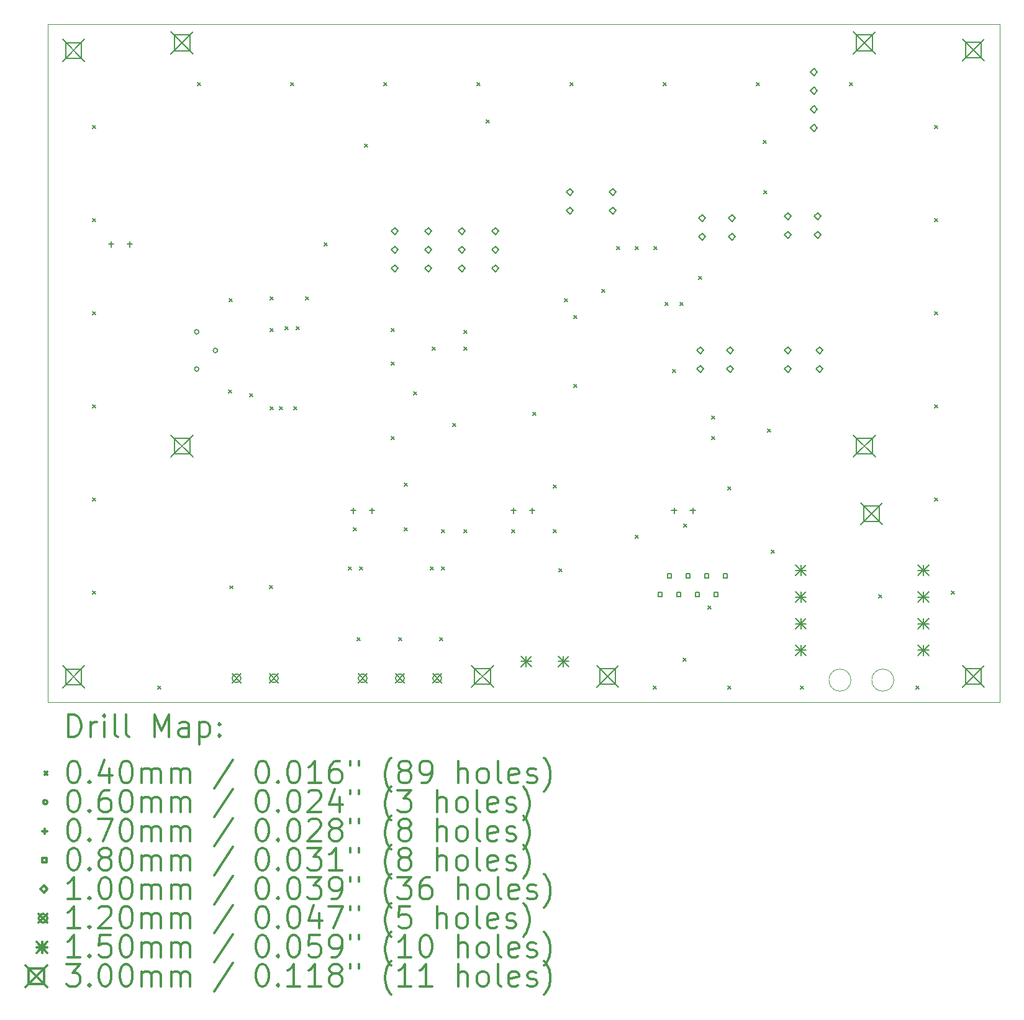
<source format=gbr>
%FSLAX45Y45*%
G04 Gerber Fmt 4.5, Leading zero omitted, Abs format (unit mm)*
G04 Created by KiCad (PCBNEW (5.1.6)-1) date 2022-03-27 18:45:04*
%MOMM*%
%LPD*%
G01*
G04 APERTURE LIST*
%TA.AperFunction,Profile*%
%ADD10C,0.050000*%
%TD*%
%ADD11C,0.200000*%
%ADD12C,0.300000*%
G04 APERTURE END LIST*
D10*
X25346800Y-15798800D02*
G75*
G03*
X25346800Y-15798800I-150000J0D01*
G01*
X24762600Y-15798800D02*
G75*
G03*
X24762600Y-15798800I-150000J0D01*
G01*
X13811250Y-16103600D02*
X13811250Y-6858000D01*
X26790650Y-16103600D02*
X13811250Y-16103600D01*
X26790650Y-6858000D02*
X26790650Y-16103600D01*
X13811250Y-6858000D02*
X26790650Y-6858000D01*
D11*
X14426250Y-12045000D02*
X14466250Y-12085000D01*
X14466250Y-12045000D02*
X14426250Y-12085000D01*
X15855000Y-7650800D02*
X15895000Y-7690800D01*
X15895000Y-7650800D02*
X15855000Y-7690800D01*
X19792000Y-8158800D02*
X19832000Y-8198800D01*
X19832000Y-8158800D02*
X19792000Y-8198800D01*
X22433600Y-10648000D02*
X22473600Y-10688000D01*
X22473600Y-10648000D02*
X22433600Y-10688000D01*
X17912400Y-14254800D02*
X17952400Y-14294800D01*
X17952400Y-14254800D02*
X17912400Y-14294800D01*
X18064800Y-14254800D02*
X18104800Y-14294800D01*
X18104800Y-14254800D02*
X18064800Y-14294800D01*
X17582200Y-9835200D02*
X17622200Y-9875200D01*
X17622200Y-9835200D02*
X17582200Y-9875200D01*
X18496600Y-11003600D02*
X18536600Y-11043600D01*
X18536600Y-11003600D02*
X18496600Y-11043600D01*
X18033050Y-15220000D02*
X18073050Y-15260000D01*
X18073050Y-15220000D02*
X18033050Y-15260000D01*
X20782600Y-14280200D02*
X20822600Y-14320200D01*
X20822600Y-14280200D02*
X20782600Y-14320200D01*
X26135650Y-14585000D02*
X26175650Y-14625000D01*
X26175650Y-14585000D02*
X26135650Y-14625000D01*
X20985800Y-11765600D02*
X21025800Y-11805600D01*
X21025800Y-11765600D02*
X20985800Y-11805600D01*
X23576600Y-9124000D02*
X23616600Y-9164000D01*
X23616600Y-9124000D02*
X23576600Y-9164000D01*
X21570000Y-9886000D02*
X21610000Y-9926000D01*
X21610000Y-9886000D02*
X21570000Y-9926000D01*
X22332000Y-11562400D02*
X22372000Y-11602400D01*
X22372000Y-11562400D02*
X22332000Y-11602400D01*
X16845600Y-11003600D02*
X16885600Y-11043600D01*
X16885600Y-11003600D02*
X16845600Y-11043600D01*
X24745000Y-7650800D02*
X24785000Y-7690800D01*
X24785000Y-7650800D02*
X24745000Y-7690800D01*
X23087650Y-13162600D02*
X23127650Y-13202600D01*
X23127650Y-13162600D02*
X23087650Y-13202600D01*
X18801400Y-11867200D02*
X18841400Y-11907200D01*
X18841400Y-11867200D02*
X18801400Y-11907200D01*
X16280450Y-11841800D02*
X16320450Y-11881800D01*
X16320450Y-11841800D02*
X16280450Y-11881800D01*
X14426250Y-13315000D02*
X14466250Y-13355000D01*
X14466250Y-13315000D02*
X14426250Y-13355000D01*
X25907050Y-12045000D02*
X25947050Y-12085000D01*
X25947050Y-12045000D02*
X25907050Y-12085000D01*
X17982250Y-13721400D02*
X18022250Y-13761400D01*
X18022250Y-13721400D02*
X17982250Y-13761400D01*
X19334800Y-12299000D02*
X19374800Y-12339000D01*
X19374800Y-12299000D02*
X19334800Y-12339000D01*
X20858800Y-10597200D02*
X20898800Y-10637200D01*
X20898800Y-10597200D02*
X20858800Y-10637200D01*
X22478050Y-15499400D02*
X22518050Y-15539400D01*
X22518050Y-15499400D02*
X22478050Y-15539400D01*
X25145050Y-14635800D02*
X25185050Y-14675800D01*
X25185050Y-14635800D02*
X25145050Y-14675800D01*
X18496600Y-11460800D02*
X18536600Y-11500800D01*
X18536600Y-11460800D02*
X18496600Y-11500800D01*
X15315250Y-15880400D02*
X15355250Y-15920400D01*
X15355250Y-15880400D02*
X15315250Y-15920400D01*
X16566200Y-11892600D02*
X16606200Y-11932600D01*
X16606200Y-11892600D02*
X16566200Y-11932600D01*
X16839250Y-14508800D02*
X16879250Y-14548800D01*
X16879250Y-14508800D02*
X16839250Y-14548800D01*
X19665000Y-7650800D02*
X19705000Y-7690800D01*
X19705000Y-7650800D02*
X19665000Y-7690800D01*
X25653050Y-15880400D02*
X25693050Y-15920400D01*
X25693050Y-15880400D02*
X25653050Y-15920400D01*
X14426250Y-8235000D02*
X14466250Y-8275000D01*
X14466250Y-8235000D02*
X14426250Y-8275000D01*
X23475000Y-7650800D02*
X23515000Y-7690800D01*
X23515000Y-7650800D02*
X23475000Y-7690800D01*
X18674400Y-13111800D02*
X18714400Y-13151800D01*
X18714400Y-13111800D02*
X18674400Y-13151800D01*
X23570250Y-8438200D02*
X23610250Y-8478200D01*
X23610250Y-8438200D02*
X23570250Y-8478200D01*
X19487200Y-11257600D02*
X19527200Y-11297600D01*
X19527200Y-11257600D02*
X19487200Y-11297600D01*
X19487200Y-11029000D02*
X19527200Y-11069000D01*
X19527200Y-11029000D02*
X19487200Y-11069000D01*
X14426250Y-9505000D02*
X14466250Y-9545000D01*
X14466250Y-9505000D02*
X14426250Y-9545000D01*
X19487200Y-13746800D02*
X19527200Y-13786800D01*
X19527200Y-13746800D02*
X19487200Y-13786800D01*
X19030000Y-14254800D02*
X19070000Y-14294800D01*
X19070000Y-14254800D02*
X19030000Y-14294800D01*
X17048800Y-10978200D02*
X17088800Y-11018200D01*
X17088800Y-10978200D02*
X17048800Y-11018200D01*
X17169450Y-12070400D02*
X17209450Y-12110400D01*
X17209450Y-12070400D02*
X17169450Y-12110400D01*
X22205000Y-7650800D02*
X22245000Y-7690800D01*
X22245000Y-7650800D02*
X22205000Y-7690800D01*
X24078250Y-15880400D02*
X24118250Y-15920400D01*
X24118250Y-15880400D02*
X24078250Y-15920400D01*
X22071650Y-15880400D02*
X22111650Y-15920400D01*
X22111650Y-15880400D02*
X22071650Y-15920400D01*
X14426250Y-10775000D02*
X14466250Y-10815000D01*
X14466250Y-10775000D02*
X14426250Y-10815000D01*
X20706400Y-13137200D02*
X20746400Y-13177200D01*
X20746400Y-13137200D02*
X20706400Y-13177200D01*
X22687600Y-10292400D02*
X22727600Y-10332400D01*
X22727600Y-10292400D02*
X22687600Y-10332400D01*
X20427000Y-12146600D02*
X20467000Y-12186600D01*
X20467000Y-12146600D02*
X20427000Y-12186600D01*
X22078000Y-9886000D02*
X22118000Y-9926000D01*
X22118000Y-9886000D02*
X22078000Y-9926000D01*
X19182400Y-14254800D02*
X19222400Y-14294800D01*
X19222400Y-14254800D02*
X19182400Y-14294800D01*
X23627400Y-12375200D02*
X23667400Y-12415200D01*
X23667400Y-12375200D02*
X23627400Y-12415200D01*
X16286800Y-10597200D02*
X16326800Y-10637200D01*
X16326800Y-10597200D02*
X16286800Y-10637200D01*
X18598200Y-15220000D02*
X18638200Y-15260000D01*
X18638200Y-15220000D02*
X18598200Y-15260000D01*
X17328200Y-10571800D02*
X17368200Y-10611800D01*
X17368200Y-10571800D02*
X17328200Y-10611800D01*
X14426250Y-14585000D02*
X14466250Y-14625000D01*
X14466250Y-14585000D02*
X14426250Y-14625000D01*
X25907050Y-8235000D02*
X25947050Y-8275000D01*
X25947050Y-8235000D02*
X25907050Y-8275000D01*
X16295734Y-14512604D02*
X16335734Y-14552604D01*
X16335734Y-14512604D02*
X16295734Y-14552604D01*
X20935000Y-7650800D02*
X20975000Y-7690800D01*
X20975000Y-7650800D02*
X20935000Y-7690800D01*
X17125000Y-7650800D02*
X17165000Y-7690800D01*
X17165000Y-7650800D02*
X17125000Y-7690800D01*
X20141250Y-13746800D02*
X20181250Y-13786800D01*
X20181250Y-13746800D02*
X20141250Y-13786800D01*
X20706400Y-13746800D02*
X20746400Y-13786800D01*
X20746400Y-13746800D02*
X20706400Y-13786800D01*
X21366800Y-10470200D02*
X21406800Y-10510200D01*
X21406800Y-10470200D02*
X21366800Y-10510200D01*
X19055400Y-11257600D02*
X19095400Y-11297600D01*
X19095400Y-11257600D02*
X19055400Y-11297600D01*
X21824000Y-9886000D02*
X21864000Y-9926000D01*
X21864000Y-9886000D02*
X21824000Y-9926000D01*
X23678200Y-14026200D02*
X23718200Y-14066200D01*
X23718200Y-14026200D02*
X23678200Y-14066200D01*
X22865400Y-12197400D02*
X22905400Y-12237400D01*
X22905400Y-12197400D02*
X22865400Y-12237400D01*
X16972600Y-12070400D02*
X17012600Y-12110400D01*
X17012600Y-12070400D02*
X16972600Y-12110400D01*
X22865400Y-12476800D02*
X22905400Y-12516800D01*
X22905400Y-12476800D02*
X22865400Y-12516800D01*
X17201200Y-10978200D02*
X17241200Y-11018200D01*
X17241200Y-10978200D02*
X17201200Y-11018200D01*
X25907050Y-10775000D02*
X25947050Y-10815000D01*
X25947050Y-10775000D02*
X25907050Y-10815000D01*
X25907050Y-9505000D02*
X25947050Y-9545000D01*
X25947050Y-9505000D02*
X25907050Y-9545000D01*
X25907050Y-13315000D02*
X25947050Y-13355000D01*
X25947050Y-13315000D02*
X25907050Y-13355000D01*
X22484400Y-13670600D02*
X22524400Y-13710600D01*
X22524400Y-13670600D02*
X22484400Y-13710600D01*
X21824000Y-13823000D02*
X21864000Y-13863000D01*
X21864000Y-13823000D02*
X21824000Y-13863000D01*
X22230400Y-10648000D02*
X22270400Y-10688000D01*
X22270400Y-10648000D02*
X22230400Y-10688000D01*
X18134650Y-8489000D02*
X18174650Y-8529000D01*
X18174650Y-8489000D02*
X18134650Y-8529000D01*
X19182400Y-13746800D02*
X19222400Y-13786800D01*
X19222400Y-13746800D02*
X19182400Y-13786800D01*
X22814600Y-14788200D02*
X22854600Y-14828200D01*
X22854600Y-14788200D02*
X22814600Y-14828200D01*
X16845600Y-10571800D02*
X16885600Y-10611800D01*
X16885600Y-10571800D02*
X16845600Y-10611800D01*
X19157000Y-15220000D02*
X19197000Y-15260000D01*
X19197000Y-15220000D02*
X19157000Y-15260000D01*
X16845600Y-12070400D02*
X16885600Y-12110400D01*
X16885600Y-12070400D02*
X16845600Y-12110400D01*
X18496600Y-12476800D02*
X18536600Y-12516800D01*
X18536600Y-12476800D02*
X18496600Y-12516800D01*
X20985800Y-10825800D02*
X21025800Y-10865800D01*
X21025800Y-10825800D02*
X20985800Y-10865800D01*
X23087650Y-15880400D02*
X23127650Y-15920400D01*
X23127650Y-15880400D02*
X23087650Y-15920400D01*
X18395000Y-7650800D02*
X18435000Y-7690800D01*
X18435000Y-7650800D02*
X18395000Y-7690800D01*
X18674400Y-13721400D02*
X18714400Y-13761400D01*
X18714400Y-13721400D02*
X18674400Y-13761400D01*
X15873250Y-11049000D02*
G75*
G03*
X15873250Y-11049000I-30000J0D01*
G01*
X15873250Y-11557000D02*
G75*
G03*
X15873250Y-11557000I-30000J0D01*
G01*
X16128520Y-11303000D02*
G75*
G03*
X16128520Y-11303000I-30000J0D01*
G01*
X14674850Y-9820200D02*
X14674850Y-9890200D01*
X14639850Y-9855200D02*
X14709850Y-9855200D01*
X14928850Y-9820200D02*
X14928850Y-9890200D01*
X14893850Y-9855200D02*
X14963850Y-9855200D01*
X22352000Y-13452400D02*
X22352000Y-13522400D01*
X22317000Y-13487400D02*
X22387000Y-13487400D01*
X22606000Y-13452400D02*
X22606000Y-13522400D01*
X22571000Y-13487400D02*
X22641000Y-13487400D01*
X17978800Y-13452400D02*
X17978800Y-13522400D01*
X17943800Y-13487400D02*
X18013800Y-13487400D01*
X18232800Y-13452400D02*
X18232800Y-13522400D01*
X18197800Y-13487400D02*
X18267800Y-13487400D01*
X20165400Y-13452400D02*
X20165400Y-13522400D01*
X20130400Y-13487400D02*
X20200400Y-13487400D01*
X20419400Y-13452400D02*
X20419400Y-13522400D01*
X20384400Y-13487400D02*
X20454400Y-13487400D01*
X22189885Y-14658684D02*
X22189885Y-14602115D01*
X22133316Y-14602115D01*
X22133316Y-14658684D01*
X22189885Y-14658684D01*
X22316885Y-14404684D02*
X22316885Y-14348115D01*
X22260316Y-14348115D01*
X22260316Y-14404684D01*
X22316885Y-14404684D01*
X22443884Y-14658684D02*
X22443884Y-14602115D01*
X22387315Y-14602115D01*
X22387315Y-14658684D01*
X22443884Y-14658684D01*
X22570884Y-14404684D02*
X22570884Y-14348115D01*
X22514315Y-14348115D01*
X22514315Y-14404684D01*
X22570884Y-14404684D01*
X22697884Y-14658684D02*
X22697884Y-14602115D01*
X22641315Y-14602115D01*
X22641315Y-14658684D01*
X22697884Y-14658684D01*
X22824884Y-14404684D02*
X22824884Y-14348115D01*
X22768315Y-14348115D01*
X22768315Y-14404684D01*
X22824884Y-14404684D01*
X22951884Y-14658684D02*
X22951884Y-14602115D01*
X22895315Y-14602115D01*
X22895315Y-14658684D01*
X22951884Y-14658684D01*
X23078884Y-14404684D02*
X23078884Y-14348115D01*
X23022315Y-14348115D01*
X23022315Y-14404684D01*
X23078884Y-14404684D01*
X24257520Y-7553974D02*
X24307520Y-7503974D01*
X24257520Y-7453974D01*
X24207520Y-7503974D01*
X24257520Y-7553974D01*
X24257520Y-7807974D02*
X24307520Y-7757974D01*
X24257520Y-7707974D01*
X24207520Y-7757974D01*
X24257520Y-7807974D01*
X24257520Y-8061974D02*
X24307520Y-8011974D01*
X24257520Y-7961974D01*
X24207520Y-8011974D01*
X24257520Y-8061974D01*
X24257520Y-8315974D02*
X24307520Y-8265974D01*
X24257520Y-8215974D01*
X24207520Y-8265974D01*
X24257520Y-8315974D01*
X24307800Y-9524200D02*
X24357800Y-9474200D01*
X24307800Y-9424200D01*
X24257800Y-9474200D01*
X24307800Y-9524200D01*
X24307800Y-9778200D02*
X24357800Y-9728200D01*
X24307800Y-9678200D01*
X24257800Y-9728200D01*
X24307800Y-9778200D01*
X19913600Y-9727400D02*
X19963600Y-9677400D01*
X19913600Y-9627400D01*
X19863600Y-9677400D01*
X19913600Y-9727400D01*
X19913600Y-9981400D02*
X19963600Y-9931400D01*
X19913600Y-9881400D01*
X19863600Y-9931400D01*
X19913600Y-9981400D01*
X19913600Y-10235400D02*
X19963600Y-10185400D01*
X19913600Y-10135400D01*
X19863600Y-10185400D01*
X19913600Y-10235400D01*
X23114000Y-11353000D02*
X23164000Y-11303000D01*
X23114000Y-11253000D01*
X23064000Y-11303000D01*
X23114000Y-11353000D01*
X23114000Y-11607000D02*
X23164000Y-11557000D01*
X23114000Y-11507000D01*
X23064000Y-11557000D01*
X23114000Y-11607000D01*
X23901400Y-9524200D02*
X23951400Y-9474200D01*
X23901400Y-9424200D01*
X23851400Y-9474200D01*
X23901400Y-9524200D01*
X23901400Y-9778200D02*
X23951400Y-9728200D01*
X23901400Y-9678200D01*
X23851400Y-9728200D01*
X23901400Y-9778200D01*
X18542000Y-9727400D02*
X18592000Y-9677400D01*
X18542000Y-9627400D01*
X18492000Y-9677400D01*
X18542000Y-9727400D01*
X18542000Y-9981400D02*
X18592000Y-9931400D01*
X18542000Y-9881400D01*
X18492000Y-9931400D01*
X18542000Y-9981400D01*
X18542000Y-10235400D02*
X18592000Y-10185400D01*
X18542000Y-10135400D01*
X18492000Y-10185400D01*
X18542000Y-10235400D01*
X20929600Y-9194000D02*
X20979600Y-9144000D01*
X20929600Y-9094000D01*
X20879600Y-9144000D01*
X20929600Y-9194000D01*
X20929600Y-9448000D02*
X20979600Y-9398000D01*
X20929600Y-9348000D01*
X20879600Y-9398000D01*
X20929600Y-9448000D01*
X21513800Y-9194000D02*
X21563800Y-9144000D01*
X21513800Y-9094000D01*
X21463800Y-9144000D01*
X21513800Y-9194000D01*
X21513800Y-9448000D02*
X21563800Y-9398000D01*
X21513800Y-9348000D01*
X21463800Y-9398000D01*
X21513800Y-9448000D01*
X22733000Y-9549600D02*
X22783000Y-9499600D01*
X22733000Y-9449600D01*
X22683000Y-9499600D01*
X22733000Y-9549600D01*
X22733000Y-9803600D02*
X22783000Y-9753600D01*
X22733000Y-9703600D01*
X22683000Y-9753600D01*
X22733000Y-9803600D01*
X22707600Y-11353000D02*
X22757600Y-11303000D01*
X22707600Y-11253000D01*
X22657600Y-11303000D01*
X22707600Y-11353000D01*
X22707600Y-11607000D02*
X22757600Y-11557000D01*
X22707600Y-11507000D01*
X22657600Y-11557000D01*
X22707600Y-11607000D01*
X18999200Y-9727400D02*
X19049200Y-9677400D01*
X18999200Y-9627400D01*
X18949200Y-9677400D01*
X18999200Y-9727400D01*
X18999200Y-9981400D02*
X19049200Y-9931400D01*
X18999200Y-9881400D01*
X18949200Y-9931400D01*
X18999200Y-9981400D01*
X18999200Y-10235400D02*
X19049200Y-10185400D01*
X18999200Y-10135400D01*
X18949200Y-10185400D01*
X18999200Y-10235400D01*
X23139400Y-9549600D02*
X23189400Y-9499600D01*
X23139400Y-9449600D01*
X23089400Y-9499600D01*
X23139400Y-9549600D01*
X23139400Y-9803600D02*
X23189400Y-9753600D01*
X23139400Y-9703600D01*
X23089400Y-9753600D01*
X23139400Y-9803600D01*
X23901400Y-11353000D02*
X23951400Y-11303000D01*
X23901400Y-11253000D01*
X23851400Y-11303000D01*
X23901400Y-11353000D01*
X23901400Y-11607000D02*
X23951400Y-11557000D01*
X23901400Y-11507000D01*
X23851400Y-11557000D01*
X23901400Y-11607000D01*
X24333200Y-11353000D02*
X24383200Y-11303000D01*
X24333200Y-11253000D01*
X24283200Y-11303000D01*
X24333200Y-11353000D01*
X24333200Y-11607000D02*
X24383200Y-11557000D01*
X24333200Y-11507000D01*
X24283200Y-11557000D01*
X24333200Y-11607000D01*
X19456400Y-9727400D02*
X19506400Y-9677400D01*
X19456400Y-9627400D01*
X19406400Y-9677400D01*
X19456400Y-9727400D01*
X19456400Y-9981400D02*
X19506400Y-9931400D01*
X19456400Y-9881400D01*
X19406400Y-9931400D01*
X19456400Y-9981400D01*
X19456400Y-10235400D02*
X19506400Y-10185400D01*
X19456400Y-10135400D01*
X19406400Y-10185400D01*
X19456400Y-10235400D01*
X16326000Y-15713400D02*
X16446000Y-15833400D01*
X16446000Y-15713400D02*
X16326000Y-15833400D01*
X16446000Y-15773400D02*
G75*
G03*
X16446000Y-15773400I-60000J0D01*
G01*
X16834000Y-15713400D02*
X16954000Y-15833400D01*
X16954000Y-15713400D02*
X16834000Y-15833400D01*
X16954000Y-15773400D02*
G75*
G03*
X16954000Y-15773400I-60000J0D01*
G01*
X18047000Y-15713400D02*
X18167000Y-15833400D01*
X18167000Y-15713400D02*
X18047000Y-15833400D01*
X18167000Y-15773400D02*
G75*
G03*
X18167000Y-15773400I-60000J0D01*
G01*
X18555000Y-15713400D02*
X18675000Y-15833400D01*
X18675000Y-15713400D02*
X18555000Y-15833400D01*
X18675000Y-15773400D02*
G75*
G03*
X18675000Y-15773400I-60000J0D01*
G01*
X19063000Y-15713400D02*
X19183000Y-15833400D01*
X19183000Y-15713400D02*
X19063000Y-15833400D01*
X19183000Y-15773400D02*
G75*
G03*
X19183000Y-15773400I-60000J0D01*
G01*
X20261000Y-15469800D02*
X20411000Y-15619800D01*
X20411000Y-15469800D02*
X20261000Y-15619800D01*
X20336000Y-15469800D02*
X20336000Y-15619800D01*
X20261000Y-15544800D02*
X20411000Y-15544800D01*
X20769000Y-15469800D02*
X20919000Y-15619800D01*
X20919000Y-15469800D02*
X20769000Y-15619800D01*
X20844000Y-15469800D02*
X20844000Y-15619800D01*
X20769000Y-15544800D02*
X20919000Y-15544800D01*
X24004200Y-14225400D02*
X24154200Y-14375400D01*
X24154200Y-14225400D02*
X24004200Y-14375400D01*
X24079200Y-14225400D02*
X24079200Y-14375400D01*
X24004200Y-14300400D02*
X24154200Y-14300400D01*
X24004200Y-14589400D02*
X24154200Y-14739400D01*
X24154200Y-14589400D02*
X24004200Y-14739400D01*
X24079200Y-14589400D02*
X24079200Y-14739400D01*
X24004200Y-14664400D02*
X24154200Y-14664400D01*
X24004200Y-14953400D02*
X24154200Y-15103400D01*
X24154200Y-14953400D02*
X24004200Y-15103400D01*
X24079200Y-14953400D02*
X24079200Y-15103400D01*
X24004200Y-15028400D02*
X24154200Y-15028400D01*
X24004200Y-15317400D02*
X24154200Y-15467400D01*
X24154200Y-15317400D02*
X24004200Y-15467400D01*
X24079200Y-15317400D02*
X24079200Y-15467400D01*
X24004200Y-15392400D02*
X24154200Y-15392400D01*
X25674250Y-14225400D02*
X25824250Y-14375400D01*
X25824250Y-14225400D02*
X25674250Y-14375400D01*
X25749250Y-14225400D02*
X25749250Y-14375400D01*
X25674250Y-14300400D02*
X25824250Y-14300400D01*
X25674250Y-14589400D02*
X25824250Y-14739400D01*
X25824250Y-14589400D02*
X25674250Y-14739400D01*
X25749250Y-14589400D02*
X25749250Y-14739400D01*
X25674250Y-14664400D02*
X25824250Y-14664400D01*
X25674250Y-14953400D02*
X25824250Y-15103400D01*
X25824250Y-14953400D02*
X25674250Y-15103400D01*
X25749250Y-14953400D02*
X25749250Y-15103400D01*
X25674250Y-15028400D02*
X25824250Y-15028400D01*
X25674250Y-15317400D02*
X25824250Y-15467400D01*
X25824250Y-15317400D02*
X25674250Y-15467400D01*
X25749250Y-15317400D02*
X25749250Y-15467400D01*
X25674250Y-15392400D02*
X25824250Y-15392400D01*
X26285050Y-15598000D02*
X26585050Y-15898000D01*
X26585050Y-15598000D02*
X26285050Y-15898000D01*
X26541117Y-15854067D02*
X26541117Y-15641933D01*
X26328983Y-15641933D01*
X26328983Y-15854067D01*
X26541117Y-15854067D01*
X21296000Y-15598000D02*
X21596000Y-15898000D01*
X21596000Y-15598000D02*
X21296000Y-15898000D01*
X21552067Y-15854067D02*
X21552067Y-15641933D01*
X21339933Y-15641933D01*
X21339933Y-15854067D01*
X21552067Y-15854067D01*
X19590000Y-15598000D02*
X19890000Y-15898000D01*
X19890000Y-15598000D02*
X19590000Y-15898000D01*
X19846067Y-15854067D02*
X19846067Y-15641933D01*
X19633933Y-15641933D01*
X19633933Y-15854067D01*
X19846067Y-15854067D01*
X14016850Y-15603392D02*
X14316850Y-15903392D01*
X14316850Y-15603392D02*
X14016850Y-15903392D01*
X14272917Y-15859459D02*
X14272917Y-15647325D01*
X14060783Y-15647325D01*
X14060783Y-15859459D01*
X14272917Y-15859459D01*
X14016850Y-7060643D02*
X14316850Y-7360643D01*
X14316850Y-7060643D02*
X14016850Y-7360643D01*
X14272917Y-7316710D02*
X14272917Y-7104576D01*
X14060783Y-7104576D01*
X14060783Y-7316710D01*
X14272917Y-7316710D01*
X24796800Y-12458000D02*
X25096800Y-12758000D01*
X25096800Y-12458000D02*
X24796800Y-12758000D01*
X25052867Y-12714067D02*
X25052867Y-12501933D01*
X24840733Y-12501933D01*
X24840733Y-12714067D01*
X25052867Y-12714067D01*
X24896050Y-13380200D02*
X25196050Y-13680200D01*
X25196050Y-13380200D02*
X24896050Y-13680200D01*
X25152117Y-13636267D02*
X25152117Y-13424133D01*
X24939983Y-13424133D01*
X24939983Y-13636267D01*
X25152117Y-13636267D01*
X15492400Y-12458000D02*
X15792400Y-12758000D01*
X15792400Y-12458000D02*
X15492400Y-12758000D01*
X15748467Y-12714067D02*
X15748467Y-12501933D01*
X15536333Y-12501933D01*
X15536333Y-12714067D01*
X15748467Y-12714067D01*
X24796800Y-6958000D02*
X25096800Y-7258000D01*
X25096800Y-6958000D02*
X24796800Y-7258000D01*
X25052867Y-7214067D02*
X25052867Y-7001933D01*
X24840733Y-7001933D01*
X24840733Y-7214067D01*
X25052867Y-7214067D01*
X15492400Y-6958000D02*
X15792400Y-7258000D01*
X15792400Y-6958000D02*
X15492400Y-7258000D01*
X15748467Y-7214067D02*
X15748467Y-7001933D01*
X15536333Y-7001933D01*
X15536333Y-7214067D01*
X15748467Y-7214067D01*
X26285050Y-7057344D02*
X26585050Y-7357344D01*
X26585050Y-7057344D02*
X26285050Y-7357344D01*
X26541117Y-7313411D02*
X26541117Y-7101277D01*
X26328983Y-7101277D01*
X26328983Y-7313411D01*
X26541117Y-7313411D01*
D12*
X14095178Y-16571814D02*
X14095178Y-16271814D01*
X14166607Y-16271814D01*
X14209464Y-16286100D01*
X14238036Y-16314671D01*
X14252321Y-16343243D01*
X14266607Y-16400386D01*
X14266607Y-16443243D01*
X14252321Y-16500386D01*
X14238036Y-16528957D01*
X14209464Y-16557529D01*
X14166607Y-16571814D01*
X14095178Y-16571814D01*
X14395178Y-16571814D02*
X14395178Y-16371814D01*
X14395178Y-16428957D02*
X14409464Y-16400386D01*
X14423750Y-16386100D01*
X14452321Y-16371814D01*
X14480893Y-16371814D01*
X14580893Y-16571814D02*
X14580893Y-16371814D01*
X14580893Y-16271814D02*
X14566607Y-16286100D01*
X14580893Y-16300386D01*
X14595178Y-16286100D01*
X14580893Y-16271814D01*
X14580893Y-16300386D01*
X14766607Y-16571814D02*
X14738036Y-16557529D01*
X14723750Y-16528957D01*
X14723750Y-16271814D01*
X14923750Y-16571814D02*
X14895178Y-16557529D01*
X14880893Y-16528957D01*
X14880893Y-16271814D01*
X15266607Y-16571814D02*
X15266607Y-16271814D01*
X15366607Y-16486100D01*
X15466607Y-16271814D01*
X15466607Y-16571814D01*
X15738036Y-16571814D02*
X15738036Y-16414671D01*
X15723750Y-16386100D01*
X15695178Y-16371814D01*
X15638036Y-16371814D01*
X15609464Y-16386100D01*
X15738036Y-16557529D02*
X15709464Y-16571814D01*
X15638036Y-16571814D01*
X15609464Y-16557529D01*
X15595178Y-16528957D01*
X15595178Y-16500386D01*
X15609464Y-16471814D01*
X15638036Y-16457529D01*
X15709464Y-16457529D01*
X15738036Y-16443243D01*
X15880893Y-16371814D02*
X15880893Y-16671814D01*
X15880893Y-16386100D02*
X15909464Y-16371814D01*
X15966607Y-16371814D01*
X15995178Y-16386100D01*
X16009464Y-16400386D01*
X16023750Y-16428957D01*
X16023750Y-16514671D01*
X16009464Y-16543243D01*
X15995178Y-16557529D01*
X15966607Y-16571814D01*
X15909464Y-16571814D01*
X15880893Y-16557529D01*
X16152321Y-16543243D02*
X16166607Y-16557529D01*
X16152321Y-16571814D01*
X16138036Y-16557529D01*
X16152321Y-16543243D01*
X16152321Y-16571814D01*
X16152321Y-16386100D02*
X16166607Y-16400386D01*
X16152321Y-16414671D01*
X16138036Y-16400386D01*
X16152321Y-16386100D01*
X16152321Y-16414671D01*
X13768750Y-17046100D02*
X13808750Y-17086100D01*
X13808750Y-17046100D02*
X13768750Y-17086100D01*
X14152321Y-16901814D02*
X14180893Y-16901814D01*
X14209464Y-16916100D01*
X14223750Y-16930386D01*
X14238036Y-16958957D01*
X14252321Y-17016100D01*
X14252321Y-17087529D01*
X14238036Y-17144672D01*
X14223750Y-17173243D01*
X14209464Y-17187529D01*
X14180893Y-17201814D01*
X14152321Y-17201814D01*
X14123750Y-17187529D01*
X14109464Y-17173243D01*
X14095178Y-17144672D01*
X14080893Y-17087529D01*
X14080893Y-17016100D01*
X14095178Y-16958957D01*
X14109464Y-16930386D01*
X14123750Y-16916100D01*
X14152321Y-16901814D01*
X14380893Y-17173243D02*
X14395178Y-17187529D01*
X14380893Y-17201814D01*
X14366607Y-17187529D01*
X14380893Y-17173243D01*
X14380893Y-17201814D01*
X14652321Y-17001814D02*
X14652321Y-17201814D01*
X14580893Y-16887529D02*
X14509464Y-17101814D01*
X14695178Y-17101814D01*
X14866607Y-16901814D02*
X14895178Y-16901814D01*
X14923750Y-16916100D01*
X14938036Y-16930386D01*
X14952321Y-16958957D01*
X14966607Y-17016100D01*
X14966607Y-17087529D01*
X14952321Y-17144672D01*
X14938036Y-17173243D01*
X14923750Y-17187529D01*
X14895178Y-17201814D01*
X14866607Y-17201814D01*
X14838036Y-17187529D01*
X14823750Y-17173243D01*
X14809464Y-17144672D01*
X14795178Y-17087529D01*
X14795178Y-17016100D01*
X14809464Y-16958957D01*
X14823750Y-16930386D01*
X14838036Y-16916100D01*
X14866607Y-16901814D01*
X15095178Y-17201814D02*
X15095178Y-17001814D01*
X15095178Y-17030386D02*
X15109464Y-17016100D01*
X15138036Y-17001814D01*
X15180893Y-17001814D01*
X15209464Y-17016100D01*
X15223750Y-17044672D01*
X15223750Y-17201814D01*
X15223750Y-17044672D02*
X15238036Y-17016100D01*
X15266607Y-17001814D01*
X15309464Y-17001814D01*
X15338036Y-17016100D01*
X15352321Y-17044672D01*
X15352321Y-17201814D01*
X15495178Y-17201814D02*
X15495178Y-17001814D01*
X15495178Y-17030386D02*
X15509464Y-17016100D01*
X15538036Y-17001814D01*
X15580893Y-17001814D01*
X15609464Y-17016100D01*
X15623750Y-17044672D01*
X15623750Y-17201814D01*
X15623750Y-17044672D02*
X15638036Y-17016100D01*
X15666607Y-17001814D01*
X15709464Y-17001814D01*
X15738036Y-17016100D01*
X15752321Y-17044672D01*
X15752321Y-17201814D01*
X16338036Y-16887529D02*
X16080893Y-17273243D01*
X16723750Y-16901814D02*
X16752321Y-16901814D01*
X16780893Y-16916100D01*
X16795178Y-16930386D01*
X16809464Y-16958957D01*
X16823750Y-17016100D01*
X16823750Y-17087529D01*
X16809464Y-17144672D01*
X16795178Y-17173243D01*
X16780893Y-17187529D01*
X16752321Y-17201814D01*
X16723750Y-17201814D01*
X16695178Y-17187529D01*
X16680893Y-17173243D01*
X16666607Y-17144672D01*
X16652321Y-17087529D01*
X16652321Y-17016100D01*
X16666607Y-16958957D01*
X16680893Y-16930386D01*
X16695178Y-16916100D01*
X16723750Y-16901814D01*
X16952321Y-17173243D02*
X16966607Y-17187529D01*
X16952321Y-17201814D01*
X16938036Y-17187529D01*
X16952321Y-17173243D01*
X16952321Y-17201814D01*
X17152321Y-16901814D02*
X17180893Y-16901814D01*
X17209464Y-16916100D01*
X17223750Y-16930386D01*
X17238036Y-16958957D01*
X17252321Y-17016100D01*
X17252321Y-17087529D01*
X17238036Y-17144672D01*
X17223750Y-17173243D01*
X17209464Y-17187529D01*
X17180893Y-17201814D01*
X17152321Y-17201814D01*
X17123750Y-17187529D01*
X17109464Y-17173243D01*
X17095178Y-17144672D01*
X17080893Y-17087529D01*
X17080893Y-17016100D01*
X17095178Y-16958957D01*
X17109464Y-16930386D01*
X17123750Y-16916100D01*
X17152321Y-16901814D01*
X17538036Y-17201814D02*
X17366607Y-17201814D01*
X17452321Y-17201814D02*
X17452321Y-16901814D01*
X17423750Y-16944672D01*
X17395178Y-16973243D01*
X17366607Y-16987529D01*
X17795178Y-16901814D02*
X17738036Y-16901814D01*
X17709464Y-16916100D01*
X17695178Y-16930386D01*
X17666607Y-16973243D01*
X17652321Y-17030386D01*
X17652321Y-17144672D01*
X17666607Y-17173243D01*
X17680893Y-17187529D01*
X17709464Y-17201814D01*
X17766607Y-17201814D01*
X17795178Y-17187529D01*
X17809464Y-17173243D01*
X17823750Y-17144672D01*
X17823750Y-17073243D01*
X17809464Y-17044672D01*
X17795178Y-17030386D01*
X17766607Y-17016100D01*
X17709464Y-17016100D01*
X17680893Y-17030386D01*
X17666607Y-17044672D01*
X17652321Y-17073243D01*
X17938036Y-16901814D02*
X17938036Y-16958957D01*
X18052321Y-16901814D02*
X18052321Y-16958957D01*
X18495178Y-17316100D02*
X18480893Y-17301814D01*
X18452321Y-17258957D01*
X18438036Y-17230386D01*
X18423750Y-17187529D01*
X18409464Y-17116100D01*
X18409464Y-17058957D01*
X18423750Y-16987529D01*
X18438036Y-16944672D01*
X18452321Y-16916100D01*
X18480893Y-16873243D01*
X18495178Y-16858957D01*
X18652321Y-17030386D02*
X18623750Y-17016100D01*
X18609464Y-17001814D01*
X18595178Y-16973243D01*
X18595178Y-16958957D01*
X18609464Y-16930386D01*
X18623750Y-16916100D01*
X18652321Y-16901814D01*
X18709464Y-16901814D01*
X18738036Y-16916100D01*
X18752321Y-16930386D01*
X18766607Y-16958957D01*
X18766607Y-16973243D01*
X18752321Y-17001814D01*
X18738036Y-17016100D01*
X18709464Y-17030386D01*
X18652321Y-17030386D01*
X18623750Y-17044672D01*
X18609464Y-17058957D01*
X18595178Y-17087529D01*
X18595178Y-17144672D01*
X18609464Y-17173243D01*
X18623750Y-17187529D01*
X18652321Y-17201814D01*
X18709464Y-17201814D01*
X18738036Y-17187529D01*
X18752321Y-17173243D01*
X18766607Y-17144672D01*
X18766607Y-17087529D01*
X18752321Y-17058957D01*
X18738036Y-17044672D01*
X18709464Y-17030386D01*
X18909464Y-17201814D02*
X18966607Y-17201814D01*
X18995178Y-17187529D01*
X19009464Y-17173243D01*
X19038036Y-17130386D01*
X19052321Y-17073243D01*
X19052321Y-16958957D01*
X19038036Y-16930386D01*
X19023750Y-16916100D01*
X18995178Y-16901814D01*
X18938036Y-16901814D01*
X18909464Y-16916100D01*
X18895178Y-16930386D01*
X18880893Y-16958957D01*
X18880893Y-17030386D01*
X18895178Y-17058957D01*
X18909464Y-17073243D01*
X18938036Y-17087529D01*
X18995178Y-17087529D01*
X19023750Y-17073243D01*
X19038036Y-17058957D01*
X19052321Y-17030386D01*
X19409464Y-17201814D02*
X19409464Y-16901814D01*
X19538036Y-17201814D02*
X19538036Y-17044672D01*
X19523750Y-17016100D01*
X19495178Y-17001814D01*
X19452321Y-17001814D01*
X19423750Y-17016100D01*
X19409464Y-17030386D01*
X19723750Y-17201814D02*
X19695178Y-17187529D01*
X19680893Y-17173243D01*
X19666607Y-17144672D01*
X19666607Y-17058957D01*
X19680893Y-17030386D01*
X19695178Y-17016100D01*
X19723750Y-17001814D01*
X19766607Y-17001814D01*
X19795178Y-17016100D01*
X19809464Y-17030386D01*
X19823750Y-17058957D01*
X19823750Y-17144672D01*
X19809464Y-17173243D01*
X19795178Y-17187529D01*
X19766607Y-17201814D01*
X19723750Y-17201814D01*
X19995178Y-17201814D02*
X19966607Y-17187529D01*
X19952321Y-17158957D01*
X19952321Y-16901814D01*
X20223750Y-17187529D02*
X20195178Y-17201814D01*
X20138036Y-17201814D01*
X20109464Y-17187529D01*
X20095178Y-17158957D01*
X20095178Y-17044672D01*
X20109464Y-17016100D01*
X20138036Y-17001814D01*
X20195178Y-17001814D01*
X20223750Y-17016100D01*
X20238036Y-17044672D01*
X20238036Y-17073243D01*
X20095178Y-17101814D01*
X20352321Y-17187529D02*
X20380893Y-17201814D01*
X20438036Y-17201814D01*
X20466607Y-17187529D01*
X20480893Y-17158957D01*
X20480893Y-17144672D01*
X20466607Y-17116100D01*
X20438036Y-17101814D01*
X20395178Y-17101814D01*
X20366607Y-17087529D01*
X20352321Y-17058957D01*
X20352321Y-17044672D01*
X20366607Y-17016100D01*
X20395178Y-17001814D01*
X20438036Y-17001814D01*
X20466607Y-17016100D01*
X20580893Y-17316100D02*
X20595178Y-17301814D01*
X20623750Y-17258957D01*
X20638036Y-17230386D01*
X20652321Y-17187529D01*
X20666607Y-17116100D01*
X20666607Y-17058957D01*
X20652321Y-16987529D01*
X20638036Y-16944672D01*
X20623750Y-16916100D01*
X20595178Y-16873243D01*
X20580893Y-16858957D01*
X13808750Y-17462100D02*
G75*
G03*
X13808750Y-17462100I-30000J0D01*
G01*
X14152321Y-17297814D02*
X14180893Y-17297814D01*
X14209464Y-17312100D01*
X14223750Y-17326386D01*
X14238036Y-17354957D01*
X14252321Y-17412100D01*
X14252321Y-17483529D01*
X14238036Y-17540672D01*
X14223750Y-17569243D01*
X14209464Y-17583529D01*
X14180893Y-17597814D01*
X14152321Y-17597814D01*
X14123750Y-17583529D01*
X14109464Y-17569243D01*
X14095178Y-17540672D01*
X14080893Y-17483529D01*
X14080893Y-17412100D01*
X14095178Y-17354957D01*
X14109464Y-17326386D01*
X14123750Y-17312100D01*
X14152321Y-17297814D01*
X14380893Y-17569243D02*
X14395178Y-17583529D01*
X14380893Y-17597814D01*
X14366607Y-17583529D01*
X14380893Y-17569243D01*
X14380893Y-17597814D01*
X14652321Y-17297814D02*
X14595178Y-17297814D01*
X14566607Y-17312100D01*
X14552321Y-17326386D01*
X14523750Y-17369243D01*
X14509464Y-17426386D01*
X14509464Y-17540672D01*
X14523750Y-17569243D01*
X14538036Y-17583529D01*
X14566607Y-17597814D01*
X14623750Y-17597814D01*
X14652321Y-17583529D01*
X14666607Y-17569243D01*
X14680893Y-17540672D01*
X14680893Y-17469243D01*
X14666607Y-17440672D01*
X14652321Y-17426386D01*
X14623750Y-17412100D01*
X14566607Y-17412100D01*
X14538036Y-17426386D01*
X14523750Y-17440672D01*
X14509464Y-17469243D01*
X14866607Y-17297814D02*
X14895178Y-17297814D01*
X14923750Y-17312100D01*
X14938036Y-17326386D01*
X14952321Y-17354957D01*
X14966607Y-17412100D01*
X14966607Y-17483529D01*
X14952321Y-17540672D01*
X14938036Y-17569243D01*
X14923750Y-17583529D01*
X14895178Y-17597814D01*
X14866607Y-17597814D01*
X14838036Y-17583529D01*
X14823750Y-17569243D01*
X14809464Y-17540672D01*
X14795178Y-17483529D01*
X14795178Y-17412100D01*
X14809464Y-17354957D01*
X14823750Y-17326386D01*
X14838036Y-17312100D01*
X14866607Y-17297814D01*
X15095178Y-17597814D02*
X15095178Y-17397814D01*
X15095178Y-17426386D02*
X15109464Y-17412100D01*
X15138036Y-17397814D01*
X15180893Y-17397814D01*
X15209464Y-17412100D01*
X15223750Y-17440672D01*
X15223750Y-17597814D01*
X15223750Y-17440672D02*
X15238036Y-17412100D01*
X15266607Y-17397814D01*
X15309464Y-17397814D01*
X15338036Y-17412100D01*
X15352321Y-17440672D01*
X15352321Y-17597814D01*
X15495178Y-17597814D02*
X15495178Y-17397814D01*
X15495178Y-17426386D02*
X15509464Y-17412100D01*
X15538036Y-17397814D01*
X15580893Y-17397814D01*
X15609464Y-17412100D01*
X15623750Y-17440672D01*
X15623750Y-17597814D01*
X15623750Y-17440672D02*
X15638036Y-17412100D01*
X15666607Y-17397814D01*
X15709464Y-17397814D01*
X15738036Y-17412100D01*
X15752321Y-17440672D01*
X15752321Y-17597814D01*
X16338036Y-17283529D02*
X16080893Y-17669243D01*
X16723750Y-17297814D02*
X16752321Y-17297814D01*
X16780893Y-17312100D01*
X16795178Y-17326386D01*
X16809464Y-17354957D01*
X16823750Y-17412100D01*
X16823750Y-17483529D01*
X16809464Y-17540672D01*
X16795178Y-17569243D01*
X16780893Y-17583529D01*
X16752321Y-17597814D01*
X16723750Y-17597814D01*
X16695178Y-17583529D01*
X16680893Y-17569243D01*
X16666607Y-17540672D01*
X16652321Y-17483529D01*
X16652321Y-17412100D01*
X16666607Y-17354957D01*
X16680893Y-17326386D01*
X16695178Y-17312100D01*
X16723750Y-17297814D01*
X16952321Y-17569243D02*
X16966607Y-17583529D01*
X16952321Y-17597814D01*
X16938036Y-17583529D01*
X16952321Y-17569243D01*
X16952321Y-17597814D01*
X17152321Y-17297814D02*
X17180893Y-17297814D01*
X17209464Y-17312100D01*
X17223750Y-17326386D01*
X17238036Y-17354957D01*
X17252321Y-17412100D01*
X17252321Y-17483529D01*
X17238036Y-17540672D01*
X17223750Y-17569243D01*
X17209464Y-17583529D01*
X17180893Y-17597814D01*
X17152321Y-17597814D01*
X17123750Y-17583529D01*
X17109464Y-17569243D01*
X17095178Y-17540672D01*
X17080893Y-17483529D01*
X17080893Y-17412100D01*
X17095178Y-17354957D01*
X17109464Y-17326386D01*
X17123750Y-17312100D01*
X17152321Y-17297814D01*
X17366607Y-17326386D02*
X17380893Y-17312100D01*
X17409464Y-17297814D01*
X17480893Y-17297814D01*
X17509464Y-17312100D01*
X17523750Y-17326386D01*
X17538036Y-17354957D01*
X17538036Y-17383529D01*
X17523750Y-17426386D01*
X17352321Y-17597814D01*
X17538036Y-17597814D01*
X17795178Y-17397814D02*
X17795178Y-17597814D01*
X17723750Y-17283529D02*
X17652321Y-17497814D01*
X17838036Y-17497814D01*
X17938036Y-17297814D02*
X17938036Y-17354957D01*
X18052321Y-17297814D02*
X18052321Y-17354957D01*
X18495178Y-17712100D02*
X18480893Y-17697814D01*
X18452321Y-17654957D01*
X18438036Y-17626386D01*
X18423750Y-17583529D01*
X18409464Y-17512100D01*
X18409464Y-17454957D01*
X18423750Y-17383529D01*
X18438036Y-17340672D01*
X18452321Y-17312100D01*
X18480893Y-17269243D01*
X18495178Y-17254957D01*
X18580893Y-17297814D02*
X18766607Y-17297814D01*
X18666607Y-17412100D01*
X18709464Y-17412100D01*
X18738036Y-17426386D01*
X18752321Y-17440672D01*
X18766607Y-17469243D01*
X18766607Y-17540672D01*
X18752321Y-17569243D01*
X18738036Y-17583529D01*
X18709464Y-17597814D01*
X18623750Y-17597814D01*
X18595178Y-17583529D01*
X18580893Y-17569243D01*
X19123750Y-17597814D02*
X19123750Y-17297814D01*
X19252321Y-17597814D02*
X19252321Y-17440672D01*
X19238036Y-17412100D01*
X19209464Y-17397814D01*
X19166607Y-17397814D01*
X19138036Y-17412100D01*
X19123750Y-17426386D01*
X19438036Y-17597814D02*
X19409464Y-17583529D01*
X19395178Y-17569243D01*
X19380893Y-17540672D01*
X19380893Y-17454957D01*
X19395178Y-17426386D01*
X19409464Y-17412100D01*
X19438036Y-17397814D01*
X19480893Y-17397814D01*
X19509464Y-17412100D01*
X19523750Y-17426386D01*
X19538036Y-17454957D01*
X19538036Y-17540672D01*
X19523750Y-17569243D01*
X19509464Y-17583529D01*
X19480893Y-17597814D01*
X19438036Y-17597814D01*
X19709464Y-17597814D02*
X19680893Y-17583529D01*
X19666607Y-17554957D01*
X19666607Y-17297814D01*
X19938036Y-17583529D02*
X19909464Y-17597814D01*
X19852321Y-17597814D01*
X19823750Y-17583529D01*
X19809464Y-17554957D01*
X19809464Y-17440672D01*
X19823750Y-17412100D01*
X19852321Y-17397814D01*
X19909464Y-17397814D01*
X19938036Y-17412100D01*
X19952321Y-17440672D01*
X19952321Y-17469243D01*
X19809464Y-17497814D01*
X20066607Y-17583529D02*
X20095178Y-17597814D01*
X20152321Y-17597814D01*
X20180893Y-17583529D01*
X20195178Y-17554957D01*
X20195178Y-17540672D01*
X20180893Y-17512100D01*
X20152321Y-17497814D01*
X20109464Y-17497814D01*
X20080893Y-17483529D01*
X20066607Y-17454957D01*
X20066607Y-17440672D01*
X20080893Y-17412100D01*
X20109464Y-17397814D01*
X20152321Y-17397814D01*
X20180893Y-17412100D01*
X20295178Y-17712100D02*
X20309464Y-17697814D01*
X20338036Y-17654957D01*
X20352321Y-17626386D01*
X20366607Y-17583529D01*
X20380893Y-17512100D01*
X20380893Y-17454957D01*
X20366607Y-17383529D01*
X20352321Y-17340672D01*
X20338036Y-17312100D01*
X20309464Y-17269243D01*
X20295178Y-17254957D01*
X13773750Y-17823100D02*
X13773750Y-17893100D01*
X13738750Y-17858100D02*
X13808750Y-17858100D01*
X14152321Y-17693814D02*
X14180893Y-17693814D01*
X14209464Y-17708100D01*
X14223750Y-17722386D01*
X14238036Y-17750957D01*
X14252321Y-17808100D01*
X14252321Y-17879529D01*
X14238036Y-17936672D01*
X14223750Y-17965243D01*
X14209464Y-17979529D01*
X14180893Y-17993814D01*
X14152321Y-17993814D01*
X14123750Y-17979529D01*
X14109464Y-17965243D01*
X14095178Y-17936672D01*
X14080893Y-17879529D01*
X14080893Y-17808100D01*
X14095178Y-17750957D01*
X14109464Y-17722386D01*
X14123750Y-17708100D01*
X14152321Y-17693814D01*
X14380893Y-17965243D02*
X14395178Y-17979529D01*
X14380893Y-17993814D01*
X14366607Y-17979529D01*
X14380893Y-17965243D01*
X14380893Y-17993814D01*
X14495178Y-17693814D02*
X14695178Y-17693814D01*
X14566607Y-17993814D01*
X14866607Y-17693814D02*
X14895178Y-17693814D01*
X14923750Y-17708100D01*
X14938036Y-17722386D01*
X14952321Y-17750957D01*
X14966607Y-17808100D01*
X14966607Y-17879529D01*
X14952321Y-17936672D01*
X14938036Y-17965243D01*
X14923750Y-17979529D01*
X14895178Y-17993814D01*
X14866607Y-17993814D01*
X14838036Y-17979529D01*
X14823750Y-17965243D01*
X14809464Y-17936672D01*
X14795178Y-17879529D01*
X14795178Y-17808100D01*
X14809464Y-17750957D01*
X14823750Y-17722386D01*
X14838036Y-17708100D01*
X14866607Y-17693814D01*
X15095178Y-17993814D02*
X15095178Y-17793814D01*
X15095178Y-17822386D02*
X15109464Y-17808100D01*
X15138036Y-17793814D01*
X15180893Y-17793814D01*
X15209464Y-17808100D01*
X15223750Y-17836672D01*
X15223750Y-17993814D01*
X15223750Y-17836672D02*
X15238036Y-17808100D01*
X15266607Y-17793814D01*
X15309464Y-17793814D01*
X15338036Y-17808100D01*
X15352321Y-17836672D01*
X15352321Y-17993814D01*
X15495178Y-17993814D02*
X15495178Y-17793814D01*
X15495178Y-17822386D02*
X15509464Y-17808100D01*
X15538036Y-17793814D01*
X15580893Y-17793814D01*
X15609464Y-17808100D01*
X15623750Y-17836672D01*
X15623750Y-17993814D01*
X15623750Y-17836672D02*
X15638036Y-17808100D01*
X15666607Y-17793814D01*
X15709464Y-17793814D01*
X15738036Y-17808100D01*
X15752321Y-17836672D01*
X15752321Y-17993814D01*
X16338036Y-17679529D02*
X16080893Y-18065243D01*
X16723750Y-17693814D02*
X16752321Y-17693814D01*
X16780893Y-17708100D01*
X16795178Y-17722386D01*
X16809464Y-17750957D01*
X16823750Y-17808100D01*
X16823750Y-17879529D01*
X16809464Y-17936672D01*
X16795178Y-17965243D01*
X16780893Y-17979529D01*
X16752321Y-17993814D01*
X16723750Y-17993814D01*
X16695178Y-17979529D01*
X16680893Y-17965243D01*
X16666607Y-17936672D01*
X16652321Y-17879529D01*
X16652321Y-17808100D01*
X16666607Y-17750957D01*
X16680893Y-17722386D01*
X16695178Y-17708100D01*
X16723750Y-17693814D01*
X16952321Y-17965243D02*
X16966607Y-17979529D01*
X16952321Y-17993814D01*
X16938036Y-17979529D01*
X16952321Y-17965243D01*
X16952321Y-17993814D01*
X17152321Y-17693814D02*
X17180893Y-17693814D01*
X17209464Y-17708100D01*
X17223750Y-17722386D01*
X17238036Y-17750957D01*
X17252321Y-17808100D01*
X17252321Y-17879529D01*
X17238036Y-17936672D01*
X17223750Y-17965243D01*
X17209464Y-17979529D01*
X17180893Y-17993814D01*
X17152321Y-17993814D01*
X17123750Y-17979529D01*
X17109464Y-17965243D01*
X17095178Y-17936672D01*
X17080893Y-17879529D01*
X17080893Y-17808100D01*
X17095178Y-17750957D01*
X17109464Y-17722386D01*
X17123750Y-17708100D01*
X17152321Y-17693814D01*
X17366607Y-17722386D02*
X17380893Y-17708100D01*
X17409464Y-17693814D01*
X17480893Y-17693814D01*
X17509464Y-17708100D01*
X17523750Y-17722386D01*
X17538036Y-17750957D01*
X17538036Y-17779529D01*
X17523750Y-17822386D01*
X17352321Y-17993814D01*
X17538036Y-17993814D01*
X17709464Y-17822386D02*
X17680893Y-17808100D01*
X17666607Y-17793814D01*
X17652321Y-17765243D01*
X17652321Y-17750957D01*
X17666607Y-17722386D01*
X17680893Y-17708100D01*
X17709464Y-17693814D01*
X17766607Y-17693814D01*
X17795178Y-17708100D01*
X17809464Y-17722386D01*
X17823750Y-17750957D01*
X17823750Y-17765243D01*
X17809464Y-17793814D01*
X17795178Y-17808100D01*
X17766607Y-17822386D01*
X17709464Y-17822386D01*
X17680893Y-17836672D01*
X17666607Y-17850957D01*
X17652321Y-17879529D01*
X17652321Y-17936672D01*
X17666607Y-17965243D01*
X17680893Y-17979529D01*
X17709464Y-17993814D01*
X17766607Y-17993814D01*
X17795178Y-17979529D01*
X17809464Y-17965243D01*
X17823750Y-17936672D01*
X17823750Y-17879529D01*
X17809464Y-17850957D01*
X17795178Y-17836672D01*
X17766607Y-17822386D01*
X17938036Y-17693814D02*
X17938036Y-17750957D01*
X18052321Y-17693814D02*
X18052321Y-17750957D01*
X18495178Y-18108100D02*
X18480893Y-18093814D01*
X18452321Y-18050957D01*
X18438036Y-18022386D01*
X18423750Y-17979529D01*
X18409464Y-17908100D01*
X18409464Y-17850957D01*
X18423750Y-17779529D01*
X18438036Y-17736672D01*
X18452321Y-17708100D01*
X18480893Y-17665243D01*
X18495178Y-17650957D01*
X18652321Y-17822386D02*
X18623750Y-17808100D01*
X18609464Y-17793814D01*
X18595178Y-17765243D01*
X18595178Y-17750957D01*
X18609464Y-17722386D01*
X18623750Y-17708100D01*
X18652321Y-17693814D01*
X18709464Y-17693814D01*
X18738036Y-17708100D01*
X18752321Y-17722386D01*
X18766607Y-17750957D01*
X18766607Y-17765243D01*
X18752321Y-17793814D01*
X18738036Y-17808100D01*
X18709464Y-17822386D01*
X18652321Y-17822386D01*
X18623750Y-17836672D01*
X18609464Y-17850957D01*
X18595178Y-17879529D01*
X18595178Y-17936672D01*
X18609464Y-17965243D01*
X18623750Y-17979529D01*
X18652321Y-17993814D01*
X18709464Y-17993814D01*
X18738036Y-17979529D01*
X18752321Y-17965243D01*
X18766607Y-17936672D01*
X18766607Y-17879529D01*
X18752321Y-17850957D01*
X18738036Y-17836672D01*
X18709464Y-17822386D01*
X19123750Y-17993814D02*
X19123750Y-17693814D01*
X19252321Y-17993814D02*
X19252321Y-17836672D01*
X19238036Y-17808100D01*
X19209464Y-17793814D01*
X19166607Y-17793814D01*
X19138036Y-17808100D01*
X19123750Y-17822386D01*
X19438036Y-17993814D02*
X19409464Y-17979529D01*
X19395178Y-17965243D01*
X19380893Y-17936672D01*
X19380893Y-17850957D01*
X19395178Y-17822386D01*
X19409464Y-17808100D01*
X19438036Y-17793814D01*
X19480893Y-17793814D01*
X19509464Y-17808100D01*
X19523750Y-17822386D01*
X19538036Y-17850957D01*
X19538036Y-17936672D01*
X19523750Y-17965243D01*
X19509464Y-17979529D01*
X19480893Y-17993814D01*
X19438036Y-17993814D01*
X19709464Y-17993814D02*
X19680893Y-17979529D01*
X19666607Y-17950957D01*
X19666607Y-17693814D01*
X19938036Y-17979529D02*
X19909464Y-17993814D01*
X19852321Y-17993814D01*
X19823750Y-17979529D01*
X19809464Y-17950957D01*
X19809464Y-17836672D01*
X19823750Y-17808100D01*
X19852321Y-17793814D01*
X19909464Y-17793814D01*
X19938036Y-17808100D01*
X19952321Y-17836672D01*
X19952321Y-17865243D01*
X19809464Y-17893814D01*
X20066607Y-17979529D02*
X20095178Y-17993814D01*
X20152321Y-17993814D01*
X20180893Y-17979529D01*
X20195178Y-17950957D01*
X20195178Y-17936672D01*
X20180893Y-17908100D01*
X20152321Y-17893814D01*
X20109464Y-17893814D01*
X20080893Y-17879529D01*
X20066607Y-17850957D01*
X20066607Y-17836672D01*
X20080893Y-17808100D01*
X20109464Y-17793814D01*
X20152321Y-17793814D01*
X20180893Y-17808100D01*
X20295178Y-18108100D02*
X20309464Y-18093814D01*
X20338036Y-18050957D01*
X20352321Y-18022386D01*
X20366607Y-17979529D01*
X20380893Y-17908100D01*
X20380893Y-17850957D01*
X20366607Y-17779529D01*
X20352321Y-17736672D01*
X20338036Y-17708100D01*
X20309464Y-17665243D01*
X20295178Y-17650957D01*
X13797034Y-18282385D02*
X13797034Y-18225816D01*
X13740465Y-18225816D01*
X13740465Y-18282385D01*
X13797034Y-18282385D01*
X14152321Y-18089814D02*
X14180893Y-18089814D01*
X14209464Y-18104100D01*
X14223750Y-18118386D01*
X14238036Y-18146957D01*
X14252321Y-18204100D01*
X14252321Y-18275529D01*
X14238036Y-18332672D01*
X14223750Y-18361243D01*
X14209464Y-18375529D01*
X14180893Y-18389814D01*
X14152321Y-18389814D01*
X14123750Y-18375529D01*
X14109464Y-18361243D01*
X14095178Y-18332672D01*
X14080893Y-18275529D01*
X14080893Y-18204100D01*
X14095178Y-18146957D01*
X14109464Y-18118386D01*
X14123750Y-18104100D01*
X14152321Y-18089814D01*
X14380893Y-18361243D02*
X14395178Y-18375529D01*
X14380893Y-18389814D01*
X14366607Y-18375529D01*
X14380893Y-18361243D01*
X14380893Y-18389814D01*
X14566607Y-18218386D02*
X14538036Y-18204100D01*
X14523750Y-18189814D01*
X14509464Y-18161243D01*
X14509464Y-18146957D01*
X14523750Y-18118386D01*
X14538036Y-18104100D01*
X14566607Y-18089814D01*
X14623750Y-18089814D01*
X14652321Y-18104100D01*
X14666607Y-18118386D01*
X14680893Y-18146957D01*
X14680893Y-18161243D01*
X14666607Y-18189814D01*
X14652321Y-18204100D01*
X14623750Y-18218386D01*
X14566607Y-18218386D01*
X14538036Y-18232672D01*
X14523750Y-18246957D01*
X14509464Y-18275529D01*
X14509464Y-18332672D01*
X14523750Y-18361243D01*
X14538036Y-18375529D01*
X14566607Y-18389814D01*
X14623750Y-18389814D01*
X14652321Y-18375529D01*
X14666607Y-18361243D01*
X14680893Y-18332672D01*
X14680893Y-18275529D01*
X14666607Y-18246957D01*
X14652321Y-18232672D01*
X14623750Y-18218386D01*
X14866607Y-18089814D02*
X14895178Y-18089814D01*
X14923750Y-18104100D01*
X14938036Y-18118386D01*
X14952321Y-18146957D01*
X14966607Y-18204100D01*
X14966607Y-18275529D01*
X14952321Y-18332672D01*
X14938036Y-18361243D01*
X14923750Y-18375529D01*
X14895178Y-18389814D01*
X14866607Y-18389814D01*
X14838036Y-18375529D01*
X14823750Y-18361243D01*
X14809464Y-18332672D01*
X14795178Y-18275529D01*
X14795178Y-18204100D01*
X14809464Y-18146957D01*
X14823750Y-18118386D01*
X14838036Y-18104100D01*
X14866607Y-18089814D01*
X15095178Y-18389814D02*
X15095178Y-18189814D01*
X15095178Y-18218386D02*
X15109464Y-18204100D01*
X15138036Y-18189814D01*
X15180893Y-18189814D01*
X15209464Y-18204100D01*
X15223750Y-18232672D01*
X15223750Y-18389814D01*
X15223750Y-18232672D02*
X15238036Y-18204100D01*
X15266607Y-18189814D01*
X15309464Y-18189814D01*
X15338036Y-18204100D01*
X15352321Y-18232672D01*
X15352321Y-18389814D01*
X15495178Y-18389814D02*
X15495178Y-18189814D01*
X15495178Y-18218386D02*
X15509464Y-18204100D01*
X15538036Y-18189814D01*
X15580893Y-18189814D01*
X15609464Y-18204100D01*
X15623750Y-18232672D01*
X15623750Y-18389814D01*
X15623750Y-18232672D02*
X15638036Y-18204100D01*
X15666607Y-18189814D01*
X15709464Y-18189814D01*
X15738036Y-18204100D01*
X15752321Y-18232672D01*
X15752321Y-18389814D01*
X16338036Y-18075529D02*
X16080893Y-18461243D01*
X16723750Y-18089814D02*
X16752321Y-18089814D01*
X16780893Y-18104100D01*
X16795178Y-18118386D01*
X16809464Y-18146957D01*
X16823750Y-18204100D01*
X16823750Y-18275529D01*
X16809464Y-18332672D01*
X16795178Y-18361243D01*
X16780893Y-18375529D01*
X16752321Y-18389814D01*
X16723750Y-18389814D01*
X16695178Y-18375529D01*
X16680893Y-18361243D01*
X16666607Y-18332672D01*
X16652321Y-18275529D01*
X16652321Y-18204100D01*
X16666607Y-18146957D01*
X16680893Y-18118386D01*
X16695178Y-18104100D01*
X16723750Y-18089814D01*
X16952321Y-18361243D02*
X16966607Y-18375529D01*
X16952321Y-18389814D01*
X16938036Y-18375529D01*
X16952321Y-18361243D01*
X16952321Y-18389814D01*
X17152321Y-18089814D02*
X17180893Y-18089814D01*
X17209464Y-18104100D01*
X17223750Y-18118386D01*
X17238036Y-18146957D01*
X17252321Y-18204100D01*
X17252321Y-18275529D01*
X17238036Y-18332672D01*
X17223750Y-18361243D01*
X17209464Y-18375529D01*
X17180893Y-18389814D01*
X17152321Y-18389814D01*
X17123750Y-18375529D01*
X17109464Y-18361243D01*
X17095178Y-18332672D01*
X17080893Y-18275529D01*
X17080893Y-18204100D01*
X17095178Y-18146957D01*
X17109464Y-18118386D01*
X17123750Y-18104100D01*
X17152321Y-18089814D01*
X17352321Y-18089814D02*
X17538036Y-18089814D01*
X17438036Y-18204100D01*
X17480893Y-18204100D01*
X17509464Y-18218386D01*
X17523750Y-18232672D01*
X17538036Y-18261243D01*
X17538036Y-18332672D01*
X17523750Y-18361243D01*
X17509464Y-18375529D01*
X17480893Y-18389814D01*
X17395178Y-18389814D01*
X17366607Y-18375529D01*
X17352321Y-18361243D01*
X17823750Y-18389814D02*
X17652321Y-18389814D01*
X17738036Y-18389814D02*
X17738036Y-18089814D01*
X17709464Y-18132672D01*
X17680893Y-18161243D01*
X17652321Y-18175529D01*
X17938036Y-18089814D02*
X17938036Y-18146957D01*
X18052321Y-18089814D02*
X18052321Y-18146957D01*
X18495178Y-18504100D02*
X18480893Y-18489814D01*
X18452321Y-18446957D01*
X18438036Y-18418386D01*
X18423750Y-18375529D01*
X18409464Y-18304100D01*
X18409464Y-18246957D01*
X18423750Y-18175529D01*
X18438036Y-18132672D01*
X18452321Y-18104100D01*
X18480893Y-18061243D01*
X18495178Y-18046957D01*
X18652321Y-18218386D02*
X18623750Y-18204100D01*
X18609464Y-18189814D01*
X18595178Y-18161243D01*
X18595178Y-18146957D01*
X18609464Y-18118386D01*
X18623750Y-18104100D01*
X18652321Y-18089814D01*
X18709464Y-18089814D01*
X18738036Y-18104100D01*
X18752321Y-18118386D01*
X18766607Y-18146957D01*
X18766607Y-18161243D01*
X18752321Y-18189814D01*
X18738036Y-18204100D01*
X18709464Y-18218386D01*
X18652321Y-18218386D01*
X18623750Y-18232672D01*
X18609464Y-18246957D01*
X18595178Y-18275529D01*
X18595178Y-18332672D01*
X18609464Y-18361243D01*
X18623750Y-18375529D01*
X18652321Y-18389814D01*
X18709464Y-18389814D01*
X18738036Y-18375529D01*
X18752321Y-18361243D01*
X18766607Y-18332672D01*
X18766607Y-18275529D01*
X18752321Y-18246957D01*
X18738036Y-18232672D01*
X18709464Y-18218386D01*
X19123750Y-18389814D02*
X19123750Y-18089814D01*
X19252321Y-18389814D02*
X19252321Y-18232672D01*
X19238036Y-18204100D01*
X19209464Y-18189814D01*
X19166607Y-18189814D01*
X19138036Y-18204100D01*
X19123750Y-18218386D01*
X19438036Y-18389814D02*
X19409464Y-18375529D01*
X19395178Y-18361243D01*
X19380893Y-18332672D01*
X19380893Y-18246957D01*
X19395178Y-18218386D01*
X19409464Y-18204100D01*
X19438036Y-18189814D01*
X19480893Y-18189814D01*
X19509464Y-18204100D01*
X19523750Y-18218386D01*
X19538036Y-18246957D01*
X19538036Y-18332672D01*
X19523750Y-18361243D01*
X19509464Y-18375529D01*
X19480893Y-18389814D01*
X19438036Y-18389814D01*
X19709464Y-18389814D02*
X19680893Y-18375529D01*
X19666607Y-18346957D01*
X19666607Y-18089814D01*
X19938036Y-18375529D02*
X19909464Y-18389814D01*
X19852321Y-18389814D01*
X19823750Y-18375529D01*
X19809464Y-18346957D01*
X19809464Y-18232672D01*
X19823750Y-18204100D01*
X19852321Y-18189814D01*
X19909464Y-18189814D01*
X19938036Y-18204100D01*
X19952321Y-18232672D01*
X19952321Y-18261243D01*
X19809464Y-18289814D01*
X20066607Y-18375529D02*
X20095178Y-18389814D01*
X20152321Y-18389814D01*
X20180893Y-18375529D01*
X20195178Y-18346957D01*
X20195178Y-18332672D01*
X20180893Y-18304100D01*
X20152321Y-18289814D01*
X20109464Y-18289814D01*
X20080893Y-18275529D01*
X20066607Y-18246957D01*
X20066607Y-18232672D01*
X20080893Y-18204100D01*
X20109464Y-18189814D01*
X20152321Y-18189814D01*
X20180893Y-18204100D01*
X20295178Y-18504100D02*
X20309464Y-18489814D01*
X20338036Y-18446957D01*
X20352321Y-18418386D01*
X20366607Y-18375529D01*
X20380893Y-18304100D01*
X20380893Y-18246957D01*
X20366607Y-18175529D01*
X20352321Y-18132672D01*
X20338036Y-18104100D01*
X20309464Y-18061243D01*
X20295178Y-18046957D01*
X13758750Y-18700100D02*
X13808750Y-18650100D01*
X13758750Y-18600100D01*
X13708750Y-18650100D01*
X13758750Y-18700100D01*
X14252321Y-18785814D02*
X14080893Y-18785814D01*
X14166607Y-18785814D02*
X14166607Y-18485814D01*
X14138036Y-18528672D01*
X14109464Y-18557243D01*
X14080893Y-18571529D01*
X14380893Y-18757243D02*
X14395178Y-18771529D01*
X14380893Y-18785814D01*
X14366607Y-18771529D01*
X14380893Y-18757243D01*
X14380893Y-18785814D01*
X14580893Y-18485814D02*
X14609464Y-18485814D01*
X14638036Y-18500100D01*
X14652321Y-18514386D01*
X14666607Y-18542957D01*
X14680893Y-18600100D01*
X14680893Y-18671529D01*
X14666607Y-18728672D01*
X14652321Y-18757243D01*
X14638036Y-18771529D01*
X14609464Y-18785814D01*
X14580893Y-18785814D01*
X14552321Y-18771529D01*
X14538036Y-18757243D01*
X14523750Y-18728672D01*
X14509464Y-18671529D01*
X14509464Y-18600100D01*
X14523750Y-18542957D01*
X14538036Y-18514386D01*
X14552321Y-18500100D01*
X14580893Y-18485814D01*
X14866607Y-18485814D02*
X14895178Y-18485814D01*
X14923750Y-18500100D01*
X14938036Y-18514386D01*
X14952321Y-18542957D01*
X14966607Y-18600100D01*
X14966607Y-18671529D01*
X14952321Y-18728672D01*
X14938036Y-18757243D01*
X14923750Y-18771529D01*
X14895178Y-18785814D01*
X14866607Y-18785814D01*
X14838036Y-18771529D01*
X14823750Y-18757243D01*
X14809464Y-18728672D01*
X14795178Y-18671529D01*
X14795178Y-18600100D01*
X14809464Y-18542957D01*
X14823750Y-18514386D01*
X14838036Y-18500100D01*
X14866607Y-18485814D01*
X15095178Y-18785814D02*
X15095178Y-18585814D01*
X15095178Y-18614386D02*
X15109464Y-18600100D01*
X15138036Y-18585814D01*
X15180893Y-18585814D01*
X15209464Y-18600100D01*
X15223750Y-18628672D01*
X15223750Y-18785814D01*
X15223750Y-18628672D02*
X15238036Y-18600100D01*
X15266607Y-18585814D01*
X15309464Y-18585814D01*
X15338036Y-18600100D01*
X15352321Y-18628672D01*
X15352321Y-18785814D01*
X15495178Y-18785814D02*
X15495178Y-18585814D01*
X15495178Y-18614386D02*
X15509464Y-18600100D01*
X15538036Y-18585814D01*
X15580893Y-18585814D01*
X15609464Y-18600100D01*
X15623750Y-18628672D01*
X15623750Y-18785814D01*
X15623750Y-18628672D02*
X15638036Y-18600100D01*
X15666607Y-18585814D01*
X15709464Y-18585814D01*
X15738036Y-18600100D01*
X15752321Y-18628672D01*
X15752321Y-18785814D01*
X16338036Y-18471529D02*
X16080893Y-18857243D01*
X16723750Y-18485814D02*
X16752321Y-18485814D01*
X16780893Y-18500100D01*
X16795178Y-18514386D01*
X16809464Y-18542957D01*
X16823750Y-18600100D01*
X16823750Y-18671529D01*
X16809464Y-18728672D01*
X16795178Y-18757243D01*
X16780893Y-18771529D01*
X16752321Y-18785814D01*
X16723750Y-18785814D01*
X16695178Y-18771529D01*
X16680893Y-18757243D01*
X16666607Y-18728672D01*
X16652321Y-18671529D01*
X16652321Y-18600100D01*
X16666607Y-18542957D01*
X16680893Y-18514386D01*
X16695178Y-18500100D01*
X16723750Y-18485814D01*
X16952321Y-18757243D02*
X16966607Y-18771529D01*
X16952321Y-18785814D01*
X16938036Y-18771529D01*
X16952321Y-18757243D01*
X16952321Y-18785814D01*
X17152321Y-18485814D02*
X17180893Y-18485814D01*
X17209464Y-18500100D01*
X17223750Y-18514386D01*
X17238036Y-18542957D01*
X17252321Y-18600100D01*
X17252321Y-18671529D01*
X17238036Y-18728672D01*
X17223750Y-18757243D01*
X17209464Y-18771529D01*
X17180893Y-18785814D01*
X17152321Y-18785814D01*
X17123750Y-18771529D01*
X17109464Y-18757243D01*
X17095178Y-18728672D01*
X17080893Y-18671529D01*
X17080893Y-18600100D01*
X17095178Y-18542957D01*
X17109464Y-18514386D01*
X17123750Y-18500100D01*
X17152321Y-18485814D01*
X17352321Y-18485814D02*
X17538036Y-18485814D01*
X17438036Y-18600100D01*
X17480893Y-18600100D01*
X17509464Y-18614386D01*
X17523750Y-18628672D01*
X17538036Y-18657243D01*
X17538036Y-18728672D01*
X17523750Y-18757243D01*
X17509464Y-18771529D01*
X17480893Y-18785814D01*
X17395178Y-18785814D01*
X17366607Y-18771529D01*
X17352321Y-18757243D01*
X17680893Y-18785814D02*
X17738036Y-18785814D01*
X17766607Y-18771529D01*
X17780893Y-18757243D01*
X17809464Y-18714386D01*
X17823750Y-18657243D01*
X17823750Y-18542957D01*
X17809464Y-18514386D01*
X17795178Y-18500100D01*
X17766607Y-18485814D01*
X17709464Y-18485814D01*
X17680893Y-18500100D01*
X17666607Y-18514386D01*
X17652321Y-18542957D01*
X17652321Y-18614386D01*
X17666607Y-18642957D01*
X17680893Y-18657243D01*
X17709464Y-18671529D01*
X17766607Y-18671529D01*
X17795178Y-18657243D01*
X17809464Y-18642957D01*
X17823750Y-18614386D01*
X17938036Y-18485814D02*
X17938036Y-18542957D01*
X18052321Y-18485814D02*
X18052321Y-18542957D01*
X18495178Y-18900100D02*
X18480893Y-18885814D01*
X18452321Y-18842957D01*
X18438036Y-18814386D01*
X18423750Y-18771529D01*
X18409464Y-18700100D01*
X18409464Y-18642957D01*
X18423750Y-18571529D01*
X18438036Y-18528672D01*
X18452321Y-18500100D01*
X18480893Y-18457243D01*
X18495178Y-18442957D01*
X18580893Y-18485814D02*
X18766607Y-18485814D01*
X18666607Y-18600100D01*
X18709464Y-18600100D01*
X18738036Y-18614386D01*
X18752321Y-18628672D01*
X18766607Y-18657243D01*
X18766607Y-18728672D01*
X18752321Y-18757243D01*
X18738036Y-18771529D01*
X18709464Y-18785814D01*
X18623750Y-18785814D01*
X18595178Y-18771529D01*
X18580893Y-18757243D01*
X19023750Y-18485814D02*
X18966607Y-18485814D01*
X18938036Y-18500100D01*
X18923750Y-18514386D01*
X18895178Y-18557243D01*
X18880893Y-18614386D01*
X18880893Y-18728672D01*
X18895178Y-18757243D01*
X18909464Y-18771529D01*
X18938036Y-18785814D01*
X18995178Y-18785814D01*
X19023750Y-18771529D01*
X19038036Y-18757243D01*
X19052321Y-18728672D01*
X19052321Y-18657243D01*
X19038036Y-18628672D01*
X19023750Y-18614386D01*
X18995178Y-18600100D01*
X18938036Y-18600100D01*
X18909464Y-18614386D01*
X18895178Y-18628672D01*
X18880893Y-18657243D01*
X19409464Y-18785814D02*
X19409464Y-18485814D01*
X19538036Y-18785814D02*
X19538036Y-18628672D01*
X19523750Y-18600100D01*
X19495178Y-18585814D01*
X19452321Y-18585814D01*
X19423750Y-18600100D01*
X19409464Y-18614386D01*
X19723750Y-18785814D02*
X19695178Y-18771529D01*
X19680893Y-18757243D01*
X19666607Y-18728672D01*
X19666607Y-18642957D01*
X19680893Y-18614386D01*
X19695178Y-18600100D01*
X19723750Y-18585814D01*
X19766607Y-18585814D01*
X19795178Y-18600100D01*
X19809464Y-18614386D01*
X19823750Y-18642957D01*
X19823750Y-18728672D01*
X19809464Y-18757243D01*
X19795178Y-18771529D01*
X19766607Y-18785814D01*
X19723750Y-18785814D01*
X19995178Y-18785814D02*
X19966607Y-18771529D01*
X19952321Y-18742957D01*
X19952321Y-18485814D01*
X20223750Y-18771529D02*
X20195178Y-18785814D01*
X20138036Y-18785814D01*
X20109464Y-18771529D01*
X20095178Y-18742957D01*
X20095178Y-18628672D01*
X20109464Y-18600100D01*
X20138036Y-18585814D01*
X20195178Y-18585814D01*
X20223750Y-18600100D01*
X20238036Y-18628672D01*
X20238036Y-18657243D01*
X20095178Y-18685814D01*
X20352321Y-18771529D02*
X20380893Y-18785814D01*
X20438036Y-18785814D01*
X20466607Y-18771529D01*
X20480893Y-18742957D01*
X20480893Y-18728672D01*
X20466607Y-18700100D01*
X20438036Y-18685814D01*
X20395178Y-18685814D01*
X20366607Y-18671529D01*
X20352321Y-18642957D01*
X20352321Y-18628672D01*
X20366607Y-18600100D01*
X20395178Y-18585814D01*
X20438036Y-18585814D01*
X20466607Y-18600100D01*
X20580893Y-18900100D02*
X20595178Y-18885814D01*
X20623750Y-18842957D01*
X20638036Y-18814386D01*
X20652321Y-18771529D01*
X20666607Y-18700100D01*
X20666607Y-18642957D01*
X20652321Y-18571529D01*
X20638036Y-18528672D01*
X20623750Y-18500100D01*
X20595178Y-18457243D01*
X20580893Y-18442957D01*
X13688750Y-18986100D02*
X13808750Y-19106100D01*
X13808750Y-18986100D02*
X13688750Y-19106100D01*
X13808750Y-19046100D02*
G75*
G03*
X13808750Y-19046100I-60000J0D01*
G01*
X14252321Y-19181814D02*
X14080893Y-19181814D01*
X14166607Y-19181814D02*
X14166607Y-18881814D01*
X14138036Y-18924672D01*
X14109464Y-18953243D01*
X14080893Y-18967529D01*
X14380893Y-19153243D02*
X14395178Y-19167529D01*
X14380893Y-19181814D01*
X14366607Y-19167529D01*
X14380893Y-19153243D01*
X14380893Y-19181814D01*
X14509464Y-18910386D02*
X14523750Y-18896100D01*
X14552321Y-18881814D01*
X14623750Y-18881814D01*
X14652321Y-18896100D01*
X14666607Y-18910386D01*
X14680893Y-18938957D01*
X14680893Y-18967529D01*
X14666607Y-19010386D01*
X14495178Y-19181814D01*
X14680893Y-19181814D01*
X14866607Y-18881814D02*
X14895178Y-18881814D01*
X14923750Y-18896100D01*
X14938036Y-18910386D01*
X14952321Y-18938957D01*
X14966607Y-18996100D01*
X14966607Y-19067529D01*
X14952321Y-19124672D01*
X14938036Y-19153243D01*
X14923750Y-19167529D01*
X14895178Y-19181814D01*
X14866607Y-19181814D01*
X14838036Y-19167529D01*
X14823750Y-19153243D01*
X14809464Y-19124672D01*
X14795178Y-19067529D01*
X14795178Y-18996100D01*
X14809464Y-18938957D01*
X14823750Y-18910386D01*
X14838036Y-18896100D01*
X14866607Y-18881814D01*
X15095178Y-19181814D02*
X15095178Y-18981814D01*
X15095178Y-19010386D02*
X15109464Y-18996100D01*
X15138036Y-18981814D01*
X15180893Y-18981814D01*
X15209464Y-18996100D01*
X15223750Y-19024672D01*
X15223750Y-19181814D01*
X15223750Y-19024672D02*
X15238036Y-18996100D01*
X15266607Y-18981814D01*
X15309464Y-18981814D01*
X15338036Y-18996100D01*
X15352321Y-19024672D01*
X15352321Y-19181814D01*
X15495178Y-19181814D02*
X15495178Y-18981814D01*
X15495178Y-19010386D02*
X15509464Y-18996100D01*
X15538036Y-18981814D01*
X15580893Y-18981814D01*
X15609464Y-18996100D01*
X15623750Y-19024672D01*
X15623750Y-19181814D01*
X15623750Y-19024672D02*
X15638036Y-18996100D01*
X15666607Y-18981814D01*
X15709464Y-18981814D01*
X15738036Y-18996100D01*
X15752321Y-19024672D01*
X15752321Y-19181814D01*
X16338036Y-18867529D02*
X16080893Y-19253243D01*
X16723750Y-18881814D02*
X16752321Y-18881814D01*
X16780893Y-18896100D01*
X16795178Y-18910386D01*
X16809464Y-18938957D01*
X16823750Y-18996100D01*
X16823750Y-19067529D01*
X16809464Y-19124672D01*
X16795178Y-19153243D01*
X16780893Y-19167529D01*
X16752321Y-19181814D01*
X16723750Y-19181814D01*
X16695178Y-19167529D01*
X16680893Y-19153243D01*
X16666607Y-19124672D01*
X16652321Y-19067529D01*
X16652321Y-18996100D01*
X16666607Y-18938957D01*
X16680893Y-18910386D01*
X16695178Y-18896100D01*
X16723750Y-18881814D01*
X16952321Y-19153243D02*
X16966607Y-19167529D01*
X16952321Y-19181814D01*
X16938036Y-19167529D01*
X16952321Y-19153243D01*
X16952321Y-19181814D01*
X17152321Y-18881814D02*
X17180893Y-18881814D01*
X17209464Y-18896100D01*
X17223750Y-18910386D01*
X17238036Y-18938957D01*
X17252321Y-18996100D01*
X17252321Y-19067529D01*
X17238036Y-19124672D01*
X17223750Y-19153243D01*
X17209464Y-19167529D01*
X17180893Y-19181814D01*
X17152321Y-19181814D01*
X17123750Y-19167529D01*
X17109464Y-19153243D01*
X17095178Y-19124672D01*
X17080893Y-19067529D01*
X17080893Y-18996100D01*
X17095178Y-18938957D01*
X17109464Y-18910386D01*
X17123750Y-18896100D01*
X17152321Y-18881814D01*
X17509464Y-18981814D02*
X17509464Y-19181814D01*
X17438036Y-18867529D02*
X17366607Y-19081814D01*
X17552321Y-19081814D01*
X17638036Y-18881814D02*
X17838036Y-18881814D01*
X17709464Y-19181814D01*
X17938036Y-18881814D02*
X17938036Y-18938957D01*
X18052321Y-18881814D02*
X18052321Y-18938957D01*
X18495178Y-19296100D02*
X18480893Y-19281814D01*
X18452321Y-19238957D01*
X18438036Y-19210386D01*
X18423750Y-19167529D01*
X18409464Y-19096100D01*
X18409464Y-19038957D01*
X18423750Y-18967529D01*
X18438036Y-18924672D01*
X18452321Y-18896100D01*
X18480893Y-18853243D01*
X18495178Y-18838957D01*
X18752321Y-18881814D02*
X18609464Y-18881814D01*
X18595178Y-19024672D01*
X18609464Y-19010386D01*
X18638036Y-18996100D01*
X18709464Y-18996100D01*
X18738036Y-19010386D01*
X18752321Y-19024672D01*
X18766607Y-19053243D01*
X18766607Y-19124672D01*
X18752321Y-19153243D01*
X18738036Y-19167529D01*
X18709464Y-19181814D01*
X18638036Y-19181814D01*
X18609464Y-19167529D01*
X18595178Y-19153243D01*
X19123750Y-19181814D02*
X19123750Y-18881814D01*
X19252321Y-19181814D02*
X19252321Y-19024672D01*
X19238036Y-18996100D01*
X19209464Y-18981814D01*
X19166607Y-18981814D01*
X19138036Y-18996100D01*
X19123750Y-19010386D01*
X19438036Y-19181814D02*
X19409464Y-19167529D01*
X19395178Y-19153243D01*
X19380893Y-19124672D01*
X19380893Y-19038957D01*
X19395178Y-19010386D01*
X19409464Y-18996100D01*
X19438036Y-18981814D01*
X19480893Y-18981814D01*
X19509464Y-18996100D01*
X19523750Y-19010386D01*
X19538036Y-19038957D01*
X19538036Y-19124672D01*
X19523750Y-19153243D01*
X19509464Y-19167529D01*
X19480893Y-19181814D01*
X19438036Y-19181814D01*
X19709464Y-19181814D02*
X19680893Y-19167529D01*
X19666607Y-19138957D01*
X19666607Y-18881814D01*
X19938036Y-19167529D02*
X19909464Y-19181814D01*
X19852321Y-19181814D01*
X19823750Y-19167529D01*
X19809464Y-19138957D01*
X19809464Y-19024672D01*
X19823750Y-18996100D01*
X19852321Y-18981814D01*
X19909464Y-18981814D01*
X19938036Y-18996100D01*
X19952321Y-19024672D01*
X19952321Y-19053243D01*
X19809464Y-19081814D01*
X20066607Y-19167529D02*
X20095178Y-19181814D01*
X20152321Y-19181814D01*
X20180893Y-19167529D01*
X20195178Y-19138957D01*
X20195178Y-19124672D01*
X20180893Y-19096100D01*
X20152321Y-19081814D01*
X20109464Y-19081814D01*
X20080893Y-19067529D01*
X20066607Y-19038957D01*
X20066607Y-19024672D01*
X20080893Y-18996100D01*
X20109464Y-18981814D01*
X20152321Y-18981814D01*
X20180893Y-18996100D01*
X20295178Y-19296100D02*
X20309464Y-19281814D01*
X20338036Y-19238957D01*
X20352321Y-19210386D01*
X20366607Y-19167529D01*
X20380893Y-19096100D01*
X20380893Y-19038957D01*
X20366607Y-18967529D01*
X20352321Y-18924672D01*
X20338036Y-18896100D01*
X20309464Y-18853243D01*
X20295178Y-18838957D01*
X13658750Y-19367100D02*
X13808750Y-19517100D01*
X13808750Y-19367100D02*
X13658750Y-19517100D01*
X13733750Y-19367100D02*
X13733750Y-19517100D01*
X13658750Y-19442100D02*
X13808750Y-19442100D01*
X14252321Y-19577814D02*
X14080893Y-19577814D01*
X14166607Y-19577814D02*
X14166607Y-19277814D01*
X14138036Y-19320672D01*
X14109464Y-19349243D01*
X14080893Y-19363529D01*
X14380893Y-19549243D02*
X14395178Y-19563529D01*
X14380893Y-19577814D01*
X14366607Y-19563529D01*
X14380893Y-19549243D01*
X14380893Y-19577814D01*
X14666607Y-19277814D02*
X14523750Y-19277814D01*
X14509464Y-19420672D01*
X14523750Y-19406386D01*
X14552321Y-19392100D01*
X14623750Y-19392100D01*
X14652321Y-19406386D01*
X14666607Y-19420672D01*
X14680893Y-19449243D01*
X14680893Y-19520672D01*
X14666607Y-19549243D01*
X14652321Y-19563529D01*
X14623750Y-19577814D01*
X14552321Y-19577814D01*
X14523750Y-19563529D01*
X14509464Y-19549243D01*
X14866607Y-19277814D02*
X14895178Y-19277814D01*
X14923750Y-19292100D01*
X14938036Y-19306386D01*
X14952321Y-19334957D01*
X14966607Y-19392100D01*
X14966607Y-19463529D01*
X14952321Y-19520672D01*
X14938036Y-19549243D01*
X14923750Y-19563529D01*
X14895178Y-19577814D01*
X14866607Y-19577814D01*
X14838036Y-19563529D01*
X14823750Y-19549243D01*
X14809464Y-19520672D01*
X14795178Y-19463529D01*
X14795178Y-19392100D01*
X14809464Y-19334957D01*
X14823750Y-19306386D01*
X14838036Y-19292100D01*
X14866607Y-19277814D01*
X15095178Y-19577814D02*
X15095178Y-19377814D01*
X15095178Y-19406386D02*
X15109464Y-19392100D01*
X15138036Y-19377814D01*
X15180893Y-19377814D01*
X15209464Y-19392100D01*
X15223750Y-19420672D01*
X15223750Y-19577814D01*
X15223750Y-19420672D02*
X15238036Y-19392100D01*
X15266607Y-19377814D01*
X15309464Y-19377814D01*
X15338036Y-19392100D01*
X15352321Y-19420672D01*
X15352321Y-19577814D01*
X15495178Y-19577814D02*
X15495178Y-19377814D01*
X15495178Y-19406386D02*
X15509464Y-19392100D01*
X15538036Y-19377814D01*
X15580893Y-19377814D01*
X15609464Y-19392100D01*
X15623750Y-19420672D01*
X15623750Y-19577814D01*
X15623750Y-19420672D02*
X15638036Y-19392100D01*
X15666607Y-19377814D01*
X15709464Y-19377814D01*
X15738036Y-19392100D01*
X15752321Y-19420672D01*
X15752321Y-19577814D01*
X16338036Y-19263529D02*
X16080893Y-19649243D01*
X16723750Y-19277814D02*
X16752321Y-19277814D01*
X16780893Y-19292100D01*
X16795178Y-19306386D01*
X16809464Y-19334957D01*
X16823750Y-19392100D01*
X16823750Y-19463529D01*
X16809464Y-19520672D01*
X16795178Y-19549243D01*
X16780893Y-19563529D01*
X16752321Y-19577814D01*
X16723750Y-19577814D01*
X16695178Y-19563529D01*
X16680893Y-19549243D01*
X16666607Y-19520672D01*
X16652321Y-19463529D01*
X16652321Y-19392100D01*
X16666607Y-19334957D01*
X16680893Y-19306386D01*
X16695178Y-19292100D01*
X16723750Y-19277814D01*
X16952321Y-19549243D02*
X16966607Y-19563529D01*
X16952321Y-19577814D01*
X16938036Y-19563529D01*
X16952321Y-19549243D01*
X16952321Y-19577814D01*
X17152321Y-19277814D02*
X17180893Y-19277814D01*
X17209464Y-19292100D01*
X17223750Y-19306386D01*
X17238036Y-19334957D01*
X17252321Y-19392100D01*
X17252321Y-19463529D01*
X17238036Y-19520672D01*
X17223750Y-19549243D01*
X17209464Y-19563529D01*
X17180893Y-19577814D01*
X17152321Y-19577814D01*
X17123750Y-19563529D01*
X17109464Y-19549243D01*
X17095178Y-19520672D01*
X17080893Y-19463529D01*
X17080893Y-19392100D01*
X17095178Y-19334957D01*
X17109464Y-19306386D01*
X17123750Y-19292100D01*
X17152321Y-19277814D01*
X17523750Y-19277814D02*
X17380893Y-19277814D01*
X17366607Y-19420672D01*
X17380893Y-19406386D01*
X17409464Y-19392100D01*
X17480893Y-19392100D01*
X17509464Y-19406386D01*
X17523750Y-19420672D01*
X17538036Y-19449243D01*
X17538036Y-19520672D01*
X17523750Y-19549243D01*
X17509464Y-19563529D01*
X17480893Y-19577814D01*
X17409464Y-19577814D01*
X17380893Y-19563529D01*
X17366607Y-19549243D01*
X17680893Y-19577814D02*
X17738036Y-19577814D01*
X17766607Y-19563529D01*
X17780893Y-19549243D01*
X17809464Y-19506386D01*
X17823750Y-19449243D01*
X17823750Y-19334957D01*
X17809464Y-19306386D01*
X17795178Y-19292100D01*
X17766607Y-19277814D01*
X17709464Y-19277814D01*
X17680893Y-19292100D01*
X17666607Y-19306386D01*
X17652321Y-19334957D01*
X17652321Y-19406386D01*
X17666607Y-19434957D01*
X17680893Y-19449243D01*
X17709464Y-19463529D01*
X17766607Y-19463529D01*
X17795178Y-19449243D01*
X17809464Y-19434957D01*
X17823750Y-19406386D01*
X17938036Y-19277814D02*
X17938036Y-19334957D01*
X18052321Y-19277814D02*
X18052321Y-19334957D01*
X18495178Y-19692100D02*
X18480893Y-19677814D01*
X18452321Y-19634957D01*
X18438036Y-19606386D01*
X18423750Y-19563529D01*
X18409464Y-19492100D01*
X18409464Y-19434957D01*
X18423750Y-19363529D01*
X18438036Y-19320672D01*
X18452321Y-19292100D01*
X18480893Y-19249243D01*
X18495178Y-19234957D01*
X18766607Y-19577814D02*
X18595178Y-19577814D01*
X18680893Y-19577814D02*
X18680893Y-19277814D01*
X18652321Y-19320672D01*
X18623750Y-19349243D01*
X18595178Y-19363529D01*
X18952321Y-19277814D02*
X18980893Y-19277814D01*
X19009464Y-19292100D01*
X19023750Y-19306386D01*
X19038036Y-19334957D01*
X19052321Y-19392100D01*
X19052321Y-19463529D01*
X19038036Y-19520672D01*
X19023750Y-19549243D01*
X19009464Y-19563529D01*
X18980893Y-19577814D01*
X18952321Y-19577814D01*
X18923750Y-19563529D01*
X18909464Y-19549243D01*
X18895178Y-19520672D01*
X18880893Y-19463529D01*
X18880893Y-19392100D01*
X18895178Y-19334957D01*
X18909464Y-19306386D01*
X18923750Y-19292100D01*
X18952321Y-19277814D01*
X19409464Y-19577814D02*
X19409464Y-19277814D01*
X19538036Y-19577814D02*
X19538036Y-19420672D01*
X19523750Y-19392100D01*
X19495178Y-19377814D01*
X19452321Y-19377814D01*
X19423750Y-19392100D01*
X19409464Y-19406386D01*
X19723750Y-19577814D02*
X19695178Y-19563529D01*
X19680893Y-19549243D01*
X19666607Y-19520672D01*
X19666607Y-19434957D01*
X19680893Y-19406386D01*
X19695178Y-19392100D01*
X19723750Y-19377814D01*
X19766607Y-19377814D01*
X19795178Y-19392100D01*
X19809464Y-19406386D01*
X19823750Y-19434957D01*
X19823750Y-19520672D01*
X19809464Y-19549243D01*
X19795178Y-19563529D01*
X19766607Y-19577814D01*
X19723750Y-19577814D01*
X19995178Y-19577814D02*
X19966607Y-19563529D01*
X19952321Y-19534957D01*
X19952321Y-19277814D01*
X20223750Y-19563529D02*
X20195178Y-19577814D01*
X20138036Y-19577814D01*
X20109464Y-19563529D01*
X20095178Y-19534957D01*
X20095178Y-19420672D01*
X20109464Y-19392100D01*
X20138036Y-19377814D01*
X20195178Y-19377814D01*
X20223750Y-19392100D01*
X20238036Y-19420672D01*
X20238036Y-19449243D01*
X20095178Y-19477814D01*
X20352321Y-19563529D02*
X20380893Y-19577814D01*
X20438036Y-19577814D01*
X20466607Y-19563529D01*
X20480893Y-19534957D01*
X20480893Y-19520672D01*
X20466607Y-19492100D01*
X20438036Y-19477814D01*
X20395178Y-19477814D01*
X20366607Y-19463529D01*
X20352321Y-19434957D01*
X20352321Y-19420672D01*
X20366607Y-19392100D01*
X20395178Y-19377814D01*
X20438036Y-19377814D01*
X20466607Y-19392100D01*
X20580893Y-19692100D02*
X20595178Y-19677814D01*
X20623750Y-19634957D01*
X20638036Y-19606386D01*
X20652321Y-19563529D01*
X20666607Y-19492100D01*
X20666607Y-19434957D01*
X20652321Y-19363529D01*
X20638036Y-19320672D01*
X20623750Y-19292100D01*
X20595178Y-19249243D01*
X20580893Y-19234957D01*
X13508750Y-19688100D02*
X13808750Y-19988100D01*
X13808750Y-19688100D02*
X13508750Y-19988100D01*
X13764817Y-19944167D02*
X13764817Y-19732033D01*
X13552683Y-19732033D01*
X13552683Y-19944167D01*
X13764817Y-19944167D01*
X14066607Y-19673814D02*
X14252321Y-19673814D01*
X14152321Y-19788100D01*
X14195178Y-19788100D01*
X14223750Y-19802386D01*
X14238036Y-19816672D01*
X14252321Y-19845243D01*
X14252321Y-19916672D01*
X14238036Y-19945243D01*
X14223750Y-19959529D01*
X14195178Y-19973814D01*
X14109464Y-19973814D01*
X14080893Y-19959529D01*
X14066607Y-19945243D01*
X14380893Y-19945243D02*
X14395178Y-19959529D01*
X14380893Y-19973814D01*
X14366607Y-19959529D01*
X14380893Y-19945243D01*
X14380893Y-19973814D01*
X14580893Y-19673814D02*
X14609464Y-19673814D01*
X14638036Y-19688100D01*
X14652321Y-19702386D01*
X14666607Y-19730957D01*
X14680893Y-19788100D01*
X14680893Y-19859529D01*
X14666607Y-19916672D01*
X14652321Y-19945243D01*
X14638036Y-19959529D01*
X14609464Y-19973814D01*
X14580893Y-19973814D01*
X14552321Y-19959529D01*
X14538036Y-19945243D01*
X14523750Y-19916672D01*
X14509464Y-19859529D01*
X14509464Y-19788100D01*
X14523750Y-19730957D01*
X14538036Y-19702386D01*
X14552321Y-19688100D01*
X14580893Y-19673814D01*
X14866607Y-19673814D02*
X14895178Y-19673814D01*
X14923750Y-19688100D01*
X14938036Y-19702386D01*
X14952321Y-19730957D01*
X14966607Y-19788100D01*
X14966607Y-19859529D01*
X14952321Y-19916672D01*
X14938036Y-19945243D01*
X14923750Y-19959529D01*
X14895178Y-19973814D01*
X14866607Y-19973814D01*
X14838036Y-19959529D01*
X14823750Y-19945243D01*
X14809464Y-19916672D01*
X14795178Y-19859529D01*
X14795178Y-19788100D01*
X14809464Y-19730957D01*
X14823750Y-19702386D01*
X14838036Y-19688100D01*
X14866607Y-19673814D01*
X15095178Y-19973814D02*
X15095178Y-19773814D01*
X15095178Y-19802386D02*
X15109464Y-19788100D01*
X15138036Y-19773814D01*
X15180893Y-19773814D01*
X15209464Y-19788100D01*
X15223750Y-19816672D01*
X15223750Y-19973814D01*
X15223750Y-19816672D02*
X15238036Y-19788100D01*
X15266607Y-19773814D01*
X15309464Y-19773814D01*
X15338036Y-19788100D01*
X15352321Y-19816672D01*
X15352321Y-19973814D01*
X15495178Y-19973814D02*
X15495178Y-19773814D01*
X15495178Y-19802386D02*
X15509464Y-19788100D01*
X15538036Y-19773814D01*
X15580893Y-19773814D01*
X15609464Y-19788100D01*
X15623750Y-19816672D01*
X15623750Y-19973814D01*
X15623750Y-19816672D02*
X15638036Y-19788100D01*
X15666607Y-19773814D01*
X15709464Y-19773814D01*
X15738036Y-19788100D01*
X15752321Y-19816672D01*
X15752321Y-19973814D01*
X16338036Y-19659529D02*
X16080893Y-20045243D01*
X16723750Y-19673814D02*
X16752321Y-19673814D01*
X16780893Y-19688100D01*
X16795178Y-19702386D01*
X16809464Y-19730957D01*
X16823750Y-19788100D01*
X16823750Y-19859529D01*
X16809464Y-19916672D01*
X16795178Y-19945243D01*
X16780893Y-19959529D01*
X16752321Y-19973814D01*
X16723750Y-19973814D01*
X16695178Y-19959529D01*
X16680893Y-19945243D01*
X16666607Y-19916672D01*
X16652321Y-19859529D01*
X16652321Y-19788100D01*
X16666607Y-19730957D01*
X16680893Y-19702386D01*
X16695178Y-19688100D01*
X16723750Y-19673814D01*
X16952321Y-19945243D02*
X16966607Y-19959529D01*
X16952321Y-19973814D01*
X16938036Y-19959529D01*
X16952321Y-19945243D01*
X16952321Y-19973814D01*
X17252321Y-19973814D02*
X17080893Y-19973814D01*
X17166607Y-19973814D02*
X17166607Y-19673814D01*
X17138036Y-19716672D01*
X17109464Y-19745243D01*
X17080893Y-19759529D01*
X17538036Y-19973814D02*
X17366607Y-19973814D01*
X17452321Y-19973814D02*
X17452321Y-19673814D01*
X17423750Y-19716672D01*
X17395178Y-19745243D01*
X17366607Y-19759529D01*
X17709464Y-19802386D02*
X17680893Y-19788100D01*
X17666607Y-19773814D01*
X17652321Y-19745243D01*
X17652321Y-19730957D01*
X17666607Y-19702386D01*
X17680893Y-19688100D01*
X17709464Y-19673814D01*
X17766607Y-19673814D01*
X17795178Y-19688100D01*
X17809464Y-19702386D01*
X17823750Y-19730957D01*
X17823750Y-19745243D01*
X17809464Y-19773814D01*
X17795178Y-19788100D01*
X17766607Y-19802386D01*
X17709464Y-19802386D01*
X17680893Y-19816672D01*
X17666607Y-19830957D01*
X17652321Y-19859529D01*
X17652321Y-19916672D01*
X17666607Y-19945243D01*
X17680893Y-19959529D01*
X17709464Y-19973814D01*
X17766607Y-19973814D01*
X17795178Y-19959529D01*
X17809464Y-19945243D01*
X17823750Y-19916672D01*
X17823750Y-19859529D01*
X17809464Y-19830957D01*
X17795178Y-19816672D01*
X17766607Y-19802386D01*
X17938036Y-19673814D02*
X17938036Y-19730957D01*
X18052321Y-19673814D02*
X18052321Y-19730957D01*
X18495178Y-20088100D02*
X18480893Y-20073814D01*
X18452321Y-20030957D01*
X18438036Y-20002386D01*
X18423750Y-19959529D01*
X18409464Y-19888100D01*
X18409464Y-19830957D01*
X18423750Y-19759529D01*
X18438036Y-19716672D01*
X18452321Y-19688100D01*
X18480893Y-19645243D01*
X18495178Y-19630957D01*
X18766607Y-19973814D02*
X18595178Y-19973814D01*
X18680893Y-19973814D02*
X18680893Y-19673814D01*
X18652321Y-19716672D01*
X18623750Y-19745243D01*
X18595178Y-19759529D01*
X19052321Y-19973814D02*
X18880893Y-19973814D01*
X18966607Y-19973814D02*
X18966607Y-19673814D01*
X18938036Y-19716672D01*
X18909464Y-19745243D01*
X18880893Y-19759529D01*
X19409464Y-19973814D02*
X19409464Y-19673814D01*
X19538036Y-19973814D02*
X19538036Y-19816672D01*
X19523750Y-19788100D01*
X19495178Y-19773814D01*
X19452321Y-19773814D01*
X19423750Y-19788100D01*
X19409464Y-19802386D01*
X19723750Y-19973814D02*
X19695178Y-19959529D01*
X19680893Y-19945243D01*
X19666607Y-19916672D01*
X19666607Y-19830957D01*
X19680893Y-19802386D01*
X19695178Y-19788100D01*
X19723750Y-19773814D01*
X19766607Y-19773814D01*
X19795178Y-19788100D01*
X19809464Y-19802386D01*
X19823750Y-19830957D01*
X19823750Y-19916672D01*
X19809464Y-19945243D01*
X19795178Y-19959529D01*
X19766607Y-19973814D01*
X19723750Y-19973814D01*
X19995178Y-19973814D02*
X19966607Y-19959529D01*
X19952321Y-19930957D01*
X19952321Y-19673814D01*
X20223750Y-19959529D02*
X20195178Y-19973814D01*
X20138036Y-19973814D01*
X20109464Y-19959529D01*
X20095178Y-19930957D01*
X20095178Y-19816672D01*
X20109464Y-19788100D01*
X20138036Y-19773814D01*
X20195178Y-19773814D01*
X20223750Y-19788100D01*
X20238036Y-19816672D01*
X20238036Y-19845243D01*
X20095178Y-19873814D01*
X20352321Y-19959529D02*
X20380893Y-19973814D01*
X20438036Y-19973814D01*
X20466607Y-19959529D01*
X20480893Y-19930957D01*
X20480893Y-19916672D01*
X20466607Y-19888100D01*
X20438036Y-19873814D01*
X20395178Y-19873814D01*
X20366607Y-19859529D01*
X20352321Y-19830957D01*
X20352321Y-19816672D01*
X20366607Y-19788100D01*
X20395178Y-19773814D01*
X20438036Y-19773814D01*
X20466607Y-19788100D01*
X20580893Y-20088100D02*
X20595178Y-20073814D01*
X20623750Y-20030957D01*
X20638036Y-20002386D01*
X20652321Y-19959529D01*
X20666607Y-19888100D01*
X20666607Y-19830957D01*
X20652321Y-19759529D01*
X20638036Y-19716672D01*
X20623750Y-19688100D01*
X20595178Y-19645243D01*
X20580893Y-19630957D01*
M02*

</source>
